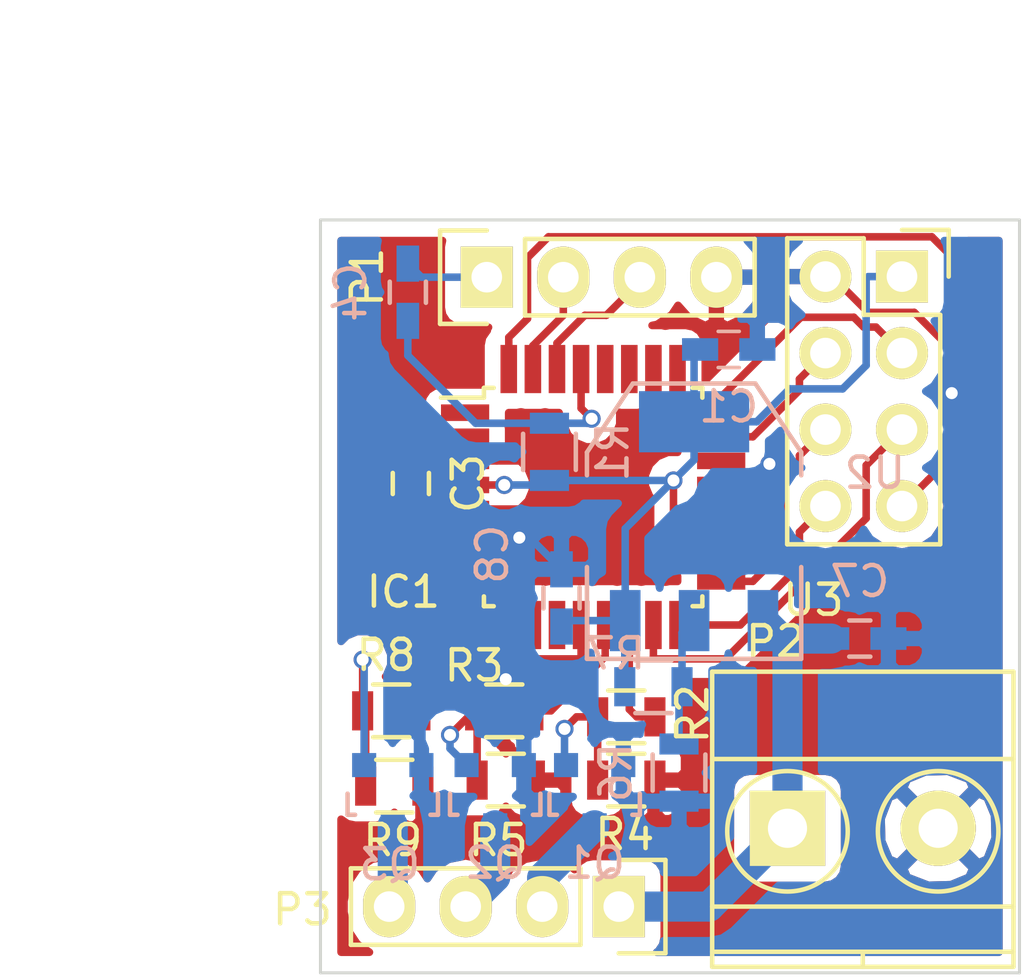
<source format=kicad_pcb>
(kicad_pcb (version 4) (host pcbnew 4.0.5)

  (general
    (links 54)
    (no_connects 1)
    (area 102.949999 98.949999 126.250001 124.050001)
    (thickness 1.6)
    (drawings 6)
    (tracks 163)
    (zones 0)
    (modules 23)
    (nets 24)
  )

  (page A4)
  (layers
    (0 F.Cu signal)
    (31 B.Cu signal)
    (32 B.Adhes user)
    (33 F.Adhes user)
    (34 B.Paste user)
    (35 F.Paste user)
    (36 B.SilkS user)
    (37 F.SilkS user)
    (38 B.Mask user)
    (39 F.Mask user)
    (40 Dwgs.User user)
    (41 Cmts.User user)
    (42 Eco1.User user)
    (43 Eco2.User user)
    (44 Edge.Cuts user)
    (45 Margin user)
    (46 B.CrtYd user)
    (47 F.CrtYd user)
    (48 B.Fab user hide)
    (49 F.Fab user hide)
  )

  (setup
    (last_trace_width 0.25)
    (user_trace_width 0.25)
    (user_trace_width 1)
    (trace_clearance 0.2)
    (zone_clearance 0.508)
    (zone_45_only no)
    (trace_min 0.2)
    (segment_width 0.2)
    (edge_width 0.1)
    (via_size 0.6)
    (via_drill 0.4)
    (via_min_size 0.4)
    (via_min_drill 0.3)
    (user_via 1.2 1)
    (uvia_size 0.3)
    (uvia_drill 0.1)
    (uvias_allowed no)
    (uvia_min_size 0.2)
    (uvia_min_drill 0.1)
    (pcb_text_width 0.3)
    (pcb_text_size 1.5 1.5)
    (mod_edge_width 0.15)
    (mod_text_size 1 1)
    (mod_text_width 0.15)
    (pad_size 1.5 1.5)
    (pad_drill 0.6)
    (pad_to_mask_clearance 0)
    (aux_axis_origin 0 0)
    (visible_elements FFFFFF7F)
    (pcbplotparams
      (layerselection 0x00030_80000001)
      (usegerberextensions false)
      (excludeedgelayer true)
      (linewidth 0.100000)
      (plotframeref false)
      (viasonmask false)
      (mode 1)
      (useauxorigin false)
      (hpglpennumber 1)
      (hpglpenspeed 20)
      (hpglpendiameter 15)
      (hpglpenoverlay 2)
      (psnegative false)
      (psa4output false)
      (plotreference true)
      (plotvalue false)
      (plotinvisibletext false)
      (padsonsilk false)
      (subtractmaskfromsilk false)
      (outputformat 1)
      (mirror false)
      (drillshape 0)
      (scaleselection 1)
      (outputdirectory ""))
  )

  (net 0 "")
  (net 1 GND)
  (net 2 +12V)
  (net 3 /DTR)
  (net 4 "Net-(C4-Pad2)")
  (net 5 +3V3)
  (net 6 /BLUE_PWM)
  (net 7 /RED_PWM)
  (net 8 /GREEN_PWM)
  (net 9 /MOSI)
  (net 10 /MISO)
  (net 11 /SCK)
  (net 12 /CE)
  (net 13 /CSN)
  (net 14 /RX)
  (net 15 /TX)
  (net 16 /IRQ)
  (net 17 /RED)
  (net 18 /GREEN)
  (net 19 /BLUE)
  (net 20 "Net-(Q1-Pad1)")
  (net 21 "Net-(Q2-Pad1)")
  (net 22 "Net-(Q3-Pad1)")
  (net 23 "Net-(R6-Pad1)")

  (net_class Default "Dies ist die voreingestellte Netzklasse."
    (clearance 0.2)
    (trace_width 0.25)
    (via_dia 0.6)
    (via_drill 0.4)
    (uvia_dia 0.3)
    (uvia_drill 0.1)
    (add_net +3V3)
    (add_net /BLUE_PWM)
    (add_net /CE)
    (add_net /CSN)
    (add_net /DTR)
    (add_net /GREEN_PWM)
    (add_net /IRQ)
    (add_net /MISO)
    (add_net /MOSI)
    (add_net /RED_PWM)
    (add_net /RX)
    (add_net /SCK)
    (add_net /TX)
    (add_net GND)
    (add_net "Net-(C4-Pad2)")
    (add_net "Net-(Q1-Pad1)")
    (add_net "Net-(Q2-Pad1)")
    (add_net "Net-(Q3-Pad1)")
    (add_net "Net-(R6-Pad1)")
  )

  (net_class Power ""
    (clearance 0.3)
    (trace_width 1)
    (via_dia 0.6)
    (via_drill 0.4)
    (uvia_dia 0.3)
    (uvia_drill 0.1)
    (add_net +12V)
    (add_net /BLUE)
    (add_net /GREEN)
    (add_net /RED)
  )

  (module Socket_Strips:Socket_Strip_Straight_2x04 (layer F.Cu) (tedit 0) (tstamp 56D8B6CD)
    (at 122.3 100.88 270)
    (descr "Through hole socket strip")
    (tags "socket strip")
    (path /56C791F1)
    (fp_text reference U3 (at 10.74 2.94 360) (layer F.SilkS)
      (effects (font (size 1 1) (thickness 0.15)))
    )
    (fp_text value nrf24l01+ (at 0 -3.1 270) (layer F.Fab)
      (effects (font (size 1 1) (thickness 0.15)))
    )
    (fp_line (start -1.75 -1.75) (end -1.75 4.3) (layer F.CrtYd) (width 0.05))
    (fp_line (start 9.4 -1.75) (end 9.4 4.3) (layer F.CrtYd) (width 0.05))
    (fp_line (start -1.75 -1.75) (end 9.4 -1.75) (layer F.CrtYd) (width 0.05))
    (fp_line (start -1.75 4.3) (end 9.4 4.3) (layer F.CrtYd) (width 0.05))
    (fp_line (start 1.27 -1.27) (end 8.89 -1.27) (layer F.SilkS) (width 0.15))
    (fp_line (start 8.89 -1.27) (end 8.89 3.81) (layer F.SilkS) (width 0.15))
    (fp_line (start 8.89 3.81) (end -1.27 3.81) (layer F.SilkS) (width 0.15))
    (fp_line (start -1.27 3.81) (end -1.27 1.27) (layer F.SilkS) (width 0.15))
    (fp_line (start 0 -1.55) (end -1.55 -1.55) (layer F.SilkS) (width 0.15))
    (fp_line (start -1.27 1.27) (end 1.27 1.27) (layer F.SilkS) (width 0.15))
    (fp_line (start 1.27 1.27) (end 1.27 -1.27) (layer F.SilkS) (width 0.15))
    (fp_line (start -1.55 -1.55) (end -1.55 0) (layer F.SilkS) (width 0.15))
    (pad 1 thru_hole rect (at 0 0 270) (size 1.7272 1.7272) (drill 1.016) (layers *.Cu *.Mask F.SilkS)
      (net 5 +3V3))
    (pad 2 thru_hole oval (at 0 2.54 270) (size 1.7272 1.7272) (drill 1.016) (layers *.Cu *.Mask F.SilkS)
      (net 1 GND))
    (pad 3 thru_hole oval (at 2.54 0 270) (size 1.7272 1.7272) (drill 1.016) (layers *.Cu *.Mask F.SilkS)
      (net 13 /CSN))
    (pad 4 thru_hole oval (at 2.54 2.54 270) (size 1.7272 1.7272) (drill 1.016) (layers *.Cu *.Mask F.SilkS)
      (net 12 /CE))
    (pad 5 thru_hole oval (at 5.08 0 270) (size 1.7272 1.7272) (drill 1.016) (layers *.Cu *.Mask F.SilkS)
      (net 9 /MOSI))
    (pad 6 thru_hole oval (at 5.08 2.54 270) (size 1.7272 1.7272) (drill 1.016) (layers *.Cu *.Mask F.SilkS)
      (net 11 /SCK))
    (pad 7 thru_hole oval (at 7.62 0 270) (size 1.7272 1.7272) (drill 1.016) (layers *.Cu *.Mask F.SilkS)
      (net 16 /IRQ))
    (pad 8 thru_hole oval (at 7.62 2.54 270) (size 1.7272 1.7272) (drill 1.016) (layers *.Cu *.Mask F.SilkS)
      (net 10 /MISO))
    (model Socket_Strips.3dshapes/Socket_Strip_Straight_2x04.wrl
      (at (xyz 0.15 -0.05 0))
      (scale (xyz 1 1 1))
      (rotate (xyz 0 0 180))
    )
  )

  (module TO_SOT_Packages_SMD:SOT-223 (layer B.Cu) (tedit 0) (tstamp 56D8B6C1)
    (at 115.4 109.002 180)
    (descr "module CMS SOT223 4 pins")
    (tags "CMS SOT")
    (path /56D061C2)
    (attr smd)
    (fp_text reference U2 (at -6 1.6 180) (layer B.SilkS)
      (effects (font (size 1 1) (thickness 0.15)) (justify mirror))
    )
    (fp_text value LM_1117 (at 0 -0.762 180) (layer B.Fab)
      (effects (font (size 1 1) (thickness 0.15)) (justify mirror))
    )
    (fp_line (start -3.556 -1.524) (end -3.556 -4.572) (layer B.SilkS) (width 0.15))
    (fp_line (start -3.556 -4.572) (end 3.556 -4.572) (layer B.SilkS) (width 0.15))
    (fp_line (start 3.556 -4.572) (end 3.556 -1.524) (layer B.SilkS) (width 0.15))
    (fp_line (start -3.556 1.524) (end -3.556 2.286) (layer B.SilkS) (width 0.15))
    (fp_line (start -3.556 2.286) (end -2.032 4.572) (layer B.SilkS) (width 0.15))
    (fp_line (start -2.032 4.572) (end 2.032 4.572) (layer B.SilkS) (width 0.15))
    (fp_line (start 2.032 4.572) (end 3.556 2.286) (layer B.SilkS) (width 0.15))
    (fp_line (start 3.556 2.286) (end 3.556 1.524) (layer B.SilkS) (width 0.15))
    (pad 4 smd rect (at 0 3.302 180) (size 3.6576 2.032) (layers B.Cu B.Paste B.Mask)
      (net 5 +3V3))
    (pad 2 smd rect (at 0 -3.302 180) (size 1.016 2.032) (layers B.Cu B.Paste B.Mask)
      (net 23 "Net-(R6-Pad1)"))
    (pad 3 smd rect (at 2.286 -3.302 180) (size 1.016 2.032) (layers B.Cu B.Paste B.Mask)
      (net 5 +3V3))
    (pad 1 smd rect (at -2.286 -3.302 180) (size 1.016 2.032) (layers B.Cu B.Paste B.Mask)
      (net 2 +12V))
    (model TO_SOT_Packages_SMD.3dshapes/SOT-223.wrl
      (at (xyz 0 0 0))
      (scale (xyz 0.4 0.4 0.4))
      (rotate (xyz 0 0 0))
    )
  )

  (module Capacitors_SMD:C_0603_HandSoldering (layer F.Cu) (tedit 541A9B4D) (tstamp 56D8B602)
    (at 106 107.75 270)
    (descr "Capacitor SMD 0603, hand soldering")
    (tags "capacitor 0603")
    (path /56C791DB)
    (attr smd)
    (fp_text reference C3 (at 0 -1.9 270) (layer F.SilkS)
      (effects (font (size 1 1) (thickness 0.15)))
    )
    (fp_text value C (at 0 1.9 270) (layer F.Fab)
      (effects (font (size 1 1) (thickness 0.15)))
    )
    (fp_line (start -1.85 -0.75) (end 1.85 -0.75) (layer F.CrtYd) (width 0.05))
    (fp_line (start -1.85 0.75) (end 1.85 0.75) (layer F.CrtYd) (width 0.05))
    (fp_line (start -1.85 -0.75) (end -1.85 0.75) (layer F.CrtYd) (width 0.05))
    (fp_line (start 1.85 -0.75) (end 1.85 0.75) (layer F.CrtYd) (width 0.05))
    (fp_line (start -0.35 -0.6) (end 0.35 -0.6) (layer F.SilkS) (width 0.15))
    (fp_line (start 0.35 0.6) (end -0.35 0.6) (layer F.SilkS) (width 0.15))
    (pad 1 smd rect (at -0.95 0 270) (size 1.2 0.75) (layers F.Cu F.Paste F.Mask)
      (net 1 GND))
    (pad 2 smd rect (at 0.95 0 270) (size 1.2 0.75) (layers F.Cu F.Paste F.Mask)
      (net 5 +3V3))
    (model Capacitors_SMD.3dshapes/C_0603_HandSoldering.wrl
      (at (xyz 0 0 0))
      (scale (xyz 1 1 1))
      (rotate (xyz 0 0 0))
    )
  )

  (module Capacitors_SMD:C_0603_HandSoldering (layer B.Cu) (tedit 541A9B4D) (tstamp 56D8B608)
    (at 105.9 101.4 270)
    (descr "Capacitor SMD 0603, hand soldering")
    (tags "capacitor 0603")
    (path /56C7EDAD)
    (attr smd)
    (fp_text reference C4 (at 0 1.9 270) (layer B.SilkS)
      (effects (font (size 1 1) (thickness 0.15)) (justify mirror))
    )
    (fp_text value C (at 0 -1.9 270) (layer B.Fab)
      (effects (font (size 1 1) (thickness 0.15)) (justify mirror))
    )
    (fp_line (start -1.85 0.75) (end 1.85 0.75) (layer B.CrtYd) (width 0.05))
    (fp_line (start -1.85 -0.75) (end 1.85 -0.75) (layer B.CrtYd) (width 0.05))
    (fp_line (start -1.85 0.75) (end -1.85 -0.75) (layer B.CrtYd) (width 0.05))
    (fp_line (start 1.85 0.75) (end 1.85 -0.75) (layer B.CrtYd) (width 0.05))
    (fp_line (start -0.35 0.6) (end 0.35 0.6) (layer B.SilkS) (width 0.15))
    (fp_line (start 0.35 -0.6) (end -0.35 -0.6) (layer B.SilkS) (width 0.15))
    (pad 1 smd rect (at -0.95 0 270) (size 1.2 0.75) (layers B.Cu B.Paste B.Mask)
      (net 3 /DTR))
    (pad 2 smd rect (at 0.95 0 270) (size 1.2 0.75) (layers B.Cu B.Paste B.Mask)
      (net 4 "Net-(C4-Pad2)"))
    (model Capacitors_SMD.3dshapes/C_0603_HandSoldering.wrl
      (at (xyz 0 0 0))
      (scale (xyz 1 1 1))
      (rotate (xyz 0 0 0))
    )
  )

  (module Capacitors_SMD:C_0603_HandSoldering (layer B.Cu) (tedit 541A9B4D) (tstamp 56D8B61A)
    (at 120.9 112.9 180)
    (descr "Capacitor SMD 0603, hand soldering")
    (tags "capacitor 0603")
    (path /56C77E00)
    (attr smd)
    (fp_text reference C7 (at 0 1.9 180) (layer B.SilkS)
      (effects (font (size 1 1) (thickness 0.15)) (justify mirror))
    )
    (fp_text value C (at 0 -1.9 180) (layer B.Fab)
      (effects (font (size 1 1) (thickness 0.15)) (justify mirror))
    )
    (fp_line (start -1.85 0.75) (end 1.85 0.75) (layer B.CrtYd) (width 0.05))
    (fp_line (start -1.85 -0.75) (end 1.85 -0.75) (layer B.CrtYd) (width 0.05))
    (fp_line (start -1.85 0.75) (end -1.85 -0.75) (layer B.CrtYd) (width 0.05))
    (fp_line (start 1.85 0.75) (end 1.85 -0.75) (layer B.CrtYd) (width 0.05))
    (fp_line (start -0.35 0.6) (end 0.35 0.6) (layer B.SilkS) (width 0.15))
    (fp_line (start 0.35 -0.6) (end -0.35 -0.6) (layer B.SilkS) (width 0.15))
    (pad 1 smd rect (at -0.95 0 180) (size 1.2 0.75) (layers B.Cu B.Paste B.Mask)
      (net 1 GND))
    (pad 2 smd rect (at 0.95 0 180) (size 1.2 0.75) (layers B.Cu B.Paste B.Mask)
      (net 2 +12V))
    (model Capacitors_SMD.3dshapes/C_0603_HandSoldering.wrl
      (at (xyz 0 0 0))
      (scale (xyz 1 1 1))
      (rotate (xyz 0 0 0))
    )
  )

  (module Capacitors_SMD:C_0603_HandSoldering (layer B.Cu) (tedit 541A9B4D) (tstamp 56D8B620)
    (at 111 111.55 270)
    (descr "Capacitor SMD 0603, hand soldering")
    (tags "capacitor 0603")
    (path /56C77EA3)
    (attr smd)
    (fp_text reference C8 (at -1.45 2.3 270) (layer B.SilkS)
      (effects (font (size 1 1) (thickness 0.15)) (justify mirror))
    )
    (fp_text value C (at 0 -1.9 270) (layer B.Fab)
      (effects (font (size 1 1) (thickness 0.15)) (justify mirror))
    )
    (fp_line (start -1.85 0.75) (end 1.85 0.75) (layer B.CrtYd) (width 0.05))
    (fp_line (start -1.85 -0.75) (end 1.85 -0.75) (layer B.CrtYd) (width 0.05))
    (fp_line (start -1.85 0.75) (end -1.85 -0.75) (layer B.CrtYd) (width 0.05))
    (fp_line (start 1.85 0.75) (end 1.85 -0.75) (layer B.CrtYd) (width 0.05))
    (fp_line (start -0.35 0.6) (end 0.35 0.6) (layer B.SilkS) (width 0.15))
    (fp_line (start 0.35 -0.6) (end -0.35 -0.6) (layer B.SilkS) (width 0.15))
    (pad 1 smd rect (at -0.95 0 270) (size 1.2 0.75) (layers B.Cu B.Paste B.Mask)
      (net 1 GND))
    (pad 2 smd rect (at 0.95 0 270) (size 1.2 0.75) (layers B.Cu B.Paste B.Mask)
      (net 5 +3V3))
    (model Capacitors_SMD.3dshapes/C_0603_HandSoldering.wrl
      (at (xyz 0 0 0))
      (scale (xyz 1 1 1))
      (rotate (xyz 0 0 0))
    )
  )

  (module Housings_QFP:TQFP-32_7x7mm_Pitch0.8mm (layer F.Cu) (tedit 54130A77) (tstamp 56D8B644)
    (at 112.05 108.2)
    (descr "32-Lead Plastic Thin Quad Flatpack (PT) - 7x7x1.0 mm Body, 2.00 mm [TQFP] (see Microchip Packaging Specification 00000049BS.pdf)")
    (tags "QFP 0.8")
    (path /56C76B99)
    (attr smd)
    (fp_text reference IC1 (at -6.3 3.15) (layer F.SilkS)
      (effects (font (size 1 1) (thickness 0.15)))
    )
    (fp_text value ATMEGA328-P (at 0 6.05) (layer F.Fab)
      (effects (font (size 1 1) (thickness 0.15)))
    )
    (fp_line (start -5.3 -5.3) (end -5.3 5.3) (layer F.CrtYd) (width 0.05))
    (fp_line (start 5.3 -5.3) (end 5.3 5.3) (layer F.CrtYd) (width 0.05))
    (fp_line (start -5.3 -5.3) (end 5.3 -5.3) (layer F.CrtYd) (width 0.05))
    (fp_line (start -5.3 5.3) (end 5.3 5.3) (layer F.CrtYd) (width 0.05))
    (fp_line (start -3.625 -3.625) (end -3.625 -3.3) (layer F.SilkS) (width 0.15))
    (fp_line (start 3.625 -3.625) (end 3.625 -3.3) (layer F.SilkS) (width 0.15))
    (fp_line (start 3.625 3.625) (end 3.625 3.3) (layer F.SilkS) (width 0.15))
    (fp_line (start -3.625 3.625) (end -3.625 3.3) (layer F.SilkS) (width 0.15))
    (fp_line (start -3.625 -3.625) (end -3.3 -3.625) (layer F.SilkS) (width 0.15))
    (fp_line (start -3.625 3.625) (end -3.3 3.625) (layer F.SilkS) (width 0.15))
    (fp_line (start 3.625 3.625) (end 3.3 3.625) (layer F.SilkS) (width 0.15))
    (fp_line (start 3.625 -3.625) (end 3.3 -3.625) (layer F.SilkS) (width 0.15))
    (fp_line (start -3.625 -3.3) (end -5.05 -3.3) (layer F.SilkS) (width 0.15))
    (pad 1 smd rect (at -4.25 -2.8) (size 1.6 0.55) (layers F.Cu F.Paste F.Mask))
    (pad 2 smd rect (at -4.25 -2) (size 1.6 0.55) (layers F.Cu F.Paste F.Mask))
    (pad 3 smd rect (at -4.25 -1.2) (size 1.6 0.55) (layers F.Cu F.Paste F.Mask)
      (net 1 GND))
    (pad 4 smd rect (at -4.25 -0.4) (size 1.6 0.55) (layers F.Cu F.Paste F.Mask)
      (net 5 +3V3))
    (pad 5 smd rect (at -4.25 0.4) (size 1.6 0.55) (layers F.Cu F.Paste F.Mask)
      (net 1 GND))
    (pad 6 smd rect (at -4.25 1.2) (size 1.6 0.55) (layers F.Cu F.Paste F.Mask)
      (net 5 +3V3))
    (pad 7 smd rect (at -4.25 2) (size 1.6 0.55) (layers F.Cu F.Paste F.Mask))
    (pad 8 smd rect (at -4.25 2.8) (size 1.6 0.55) (layers F.Cu F.Paste F.Mask))
    (pad 9 smd rect (at -2.8 4.25 90) (size 1.6 0.55) (layers F.Cu F.Paste F.Mask))
    (pad 10 smd rect (at -2 4.25 90) (size 1.6 0.55) (layers F.Cu F.Paste F.Mask))
    (pad 11 smd rect (at -1.2 4.25 90) (size 1.6 0.55) (layers F.Cu F.Paste F.Mask))
    (pad 12 smd rect (at -0.4 4.25 90) (size 1.6 0.55) (layers F.Cu F.Paste F.Mask)
      (net 6 /BLUE_PWM))
    (pad 13 smd rect (at 0.4 4.25 90) (size 1.6 0.55) (layers F.Cu F.Paste F.Mask)
      (net 8 /GREEN_PWM))
    (pad 14 smd rect (at 1.2 4.25 90) (size 1.6 0.55) (layers F.Cu F.Paste F.Mask)
      (net 7 /RED_PWM))
    (pad 15 smd rect (at 2 4.25 90) (size 1.6 0.55) (layers F.Cu F.Paste F.Mask)
      (net 9 /MOSI))
    (pad 16 smd rect (at 2.8 4.25 90) (size 1.6 0.55) (layers F.Cu F.Paste F.Mask)
      (net 10 /MISO))
    (pad 17 smd rect (at 4.25 2.8) (size 1.6 0.55) (layers F.Cu F.Paste F.Mask)
      (net 11 /SCK))
    (pad 18 smd rect (at 4.25 2) (size 1.6 0.55) (layers F.Cu F.Paste F.Mask)
      (net 5 +3V3))
    (pad 19 smd rect (at 4.25 1.2) (size 1.6 0.55) (layers F.Cu F.Paste F.Mask))
    (pad 20 smd rect (at 4.25 0.4) (size 1.6 0.55) (layers F.Cu F.Paste F.Mask))
    (pad 21 smd rect (at 4.25 -0.4) (size 1.6 0.55) (layers F.Cu F.Paste F.Mask)
      (net 1 GND))
    (pad 22 smd rect (at 4.25 -1.2) (size 1.6 0.55) (layers F.Cu F.Paste F.Mask))
    (pad 23 smd rect (at 4.25 -2) (size 1.6 0.55) (layers F.Cu F.Paste F.Mask)
      (net 12 /CE))
    (pad 24 smd rect (at 4.25 -2.8) (size 1.6 0.55) (layers F.Cu F.Paste F.Mask)
      (net 13 /CSN))
    (pad 25 smd rect (at 2.8 -4.25 90) (size 1.6 0.55) (layers F.Cu F.Paste F.Mask))
    (pad 26 smd rect (at 2 -4.25 90) (size 1.6 0.55) (layers F.Cu F.Paste F.Mask))
    (pad 27 smd rect (at 1.2 -4.25 90) (size 1.6 0.55) (layers F.Cu F.Paste F.Mask))
    (pad 28 smd rect (at 0.4 -4.25 90) (size 1.6 0.55) (layers F.Cu F.Paste F.Mask))
    (pad 29 smd rect (at -0.4 -4.25 90) (size 1.6 0.55) (layers F.Cu F.Paste F.Mask)
      (net 4 "Net-(C4-Pad2)"))
    (pad 30 smd rect (at -1.2 -4.25 90) (size 1.6 0.55) (layers F.Cu F.Paste F.Mask)
      (net 14 /RX))
    (pad 31 smd rect (at -2 -4.25 90) (size 1.6 0.55) (layers F.Cu F.Paste F.Mask)
      (net 15 /TX))
    (pad 32 smd rect (at -2.8 -4.25 90) (size 1.6 0.55) (layers F.Cu F.Paste F.Mask)
      (net 16 /IRQ))
    (model Housings_QFP.3dshapes/TQFP-32_7x7mm_Pitch0.8mm.wrl
      (at (xyz 0 0 0))
      (scale (xyz 1 1 1))
      (rotate (xyz 0 0 0))
    )
  )

  (module Pin_Headers:Pin_Header_Straight_1x04 (layer F.Cu) (tedit 0) (tstamp 56D8B64C)
    (at 108.52 100.9 90)
    (descr "Through hole pin header")
    (tags "pin header")
    (path /56C7DBD4)
    (fp_text reference P1 (at 0 -3.97 90) (layer F.SilkS)
      (effects (font (size 1 1) (thickness 0.15)))
    )
    (fp_text value UART (at 0 -3.1 90) (layer F.Fab)
      (effects (font (size 1 1) (thickness 0.15)))
    )
    (fp_line (start -1.75 -1.75) (end -1.75 9.4) (layer F.CrtYd) (width 0.05))
    (fp_line (start 1.75 -1.75) (end 1.75 9.4) (layer F.CrtYd) (width 0.05))
    (fp_line (start -1.75 -1.75) (end 1.75 -1.75) (layer F.CrtYd) (width 0.05))
    (fp_line (start -1.75 9.4) (end 1.75 9.4) (layer F.CrtYd) (width 0.05))
    (fp_line (start -1.27 1.27) (end -1.27 8.89) (layer F.SilkS) (width 0.15))
    (fp_line (start 1.27 1.27) (end 1.27 8.89) (layer F.SilkS) (width 0.15))
    (fp_line (start 1.55 -1.55) (end 1.55 0) (layer F.SilkS) (width 0.15))
    (fp_line (start -1.27 8.89) (end 1.27 8.89) (layer F.SilkS) (width 0.15))
    (fp_line (start 1.27 1.27) (end -1.27 1.27) (layer F.SilkS) (width 0.15))
    (fp_line (start -1.55 0) (end -1.55 -1.55) (layer F.SilkS) (width 0.15))
    (fp_line (start -1.55 -1.55) (end 1.55 -1.55) (layer F.SilkS) (width 0.15))
    (pad 1 thru_hole rect (at 0 0 90) (size 2.032 1.7272) (drill 1.016) (layers *.Cu *.Mask F.SilkS)
      (net 3 /DTR))
    (pad 2 thru_hole oval (at 0 2.54 90) (size 2.032 1.7272) (drill 1.016) (layers *.Cu *.Mask F.SilkS)
      (net 15 /TX))
    (pad 3 thru_hole oval (at 0 5.08 90) (size 2.032 1.7272) (drill 1.016) (layers *.Cu *.Mask F.SilkS)
      (net 14 /RX))
    (pad 4 thru_hole oval (at 0 7.62 90) (size 2.032 1.7272) (drill 1.016) (layers *.Cu *.Mask F.SilkS)
      (net 1 GND))
    (model Pin_Headers.3dshapes/Pin_Header_Straight_1x04.wrl
      (at (xyz 0 -0.15 0))
      (scale (xyz 1 1 1))
      (rotate (xyz 0 0 90))
    )
  )

  (module Terminal_Blocks:TerminalBlock_Pheonix_MKDS1.5-2pol (layer F.Cu) (tedit 563007E4) (tstamp 56D8B652)
    (at 118.5 119.2)
    (descr "2-way 5mm pitch terminal block, Phoenix MKDS series")
    (path /56C79459)
    (fp_text reference P2 (at -0.4 -6.2) (layer F.SilkS)
      (effects (font (size 1 1) (thickness 0.15)))
    )
    (fp_text value "12V in" (at 2.5 -6.6) (layer F.Fab)
      (effects (font (size 1 1) (thickness 0.15)))
    )
    (fp_line (start -2.7 -5.4) (end 7.7 -5.4) (layer F.CrtYd) (width 0.05))
    (fp_line (start -2.7 4.8) (end -2.7 -5.4) (layer F.CrtYd) (width 0.05))
    (fp_line (start 7.7 4.8) (end -2.7 4.8) (layer F.CrtYd) (width 0.05))
    (fp_line (start 7.7 -5.4) (end 7.7 4.8) (layer F.CrtYd) (width 0.05))
    (fp_line (start 2.5 4.1) (end 2.5 4.6) (layer F.SilkS) (width 0.15))
    (fp_circle (center 5 0.1) (end 3 0.1) (layer F.SilkS) (width 0.15))
    (fp_circle (center 0 0.1) (end 2 0.1) (layer F.SilkS) (width 0.15))
    (fp_line (start -2.5 2.6) (end 7.5 2.6) (layer F.SilkS) (width 0.15))
    (fp_line (start -2.5 -2.3) (end 7.5 -2.3) (layer F.SilkS) (width 0.15))
    (fp_line (start -2.5 4.1) (end 7.5 4.1) (layer F.SilkS) (width 0.15))
    (fp_line (start -2.5 4.6) (end 7.5 4.6) (layer F.SilkS) (width 0.15))
    (fp_line (start 7.5 4.6) (end 7.5 -5.2) (layer F.SilkS) (width 0.15))
    (fp_line (start 7.5 -5.2) (end -2.5 -5.2) (layer F.SilkS) (width 0.15))
    (fp_line (start -2.5 -5.2) (end -2.5 4.6) (layer F.SilkS) (width 0.15))
    (pad 1 thru_hole rect (at 0 0) (size 2.5 2.5) (drill 1.3) (layers *.Cu *.Mask F.SilkS)
      (net 2 +12V))
    (pad 2 thru_hole circle (at 5 0) (size 2.5 2.5) (drill 1.3) (layers *.Cu *.Mask F.SilkS)
      (net 1 GND))
    (model Terminal_Blocks.3dshapes/TerminalBlock_Pheonix_MKDS1.5-2pol.wrl
      (at (xyz 0.0984 0 0))
      (scale (xyz 1 1 1))
      (rotate (xyz 0 0 0))
    )
  )

  (module Pin_Headers:Pin_Header_Straight_1x04 (layer F.Cu) (tedit 0) (tstamp 56D8B65A)
    (at 112.9 121.8 270)
    (descr "Through hole pin header")
    (tags "pin header")
    (path /56C79D8B)
    (fp_text reference P3 (at 0.1 10.5 360) (layer F.SilkS)
      (effects (font (size 1 1) (thickness 0.15)))
    )
    (fp_text value LED_OUT (at 0 -3.1 270) (layer F.Fab)
      (effects (font (size 1 1) (thickness 0.15)))
    )
    (fp_line (start -1.75 -1.75) (end -1.75 9.4) (layer F.CrtYd) (width 0.05))
    (fp_line (start 1.75 -1.75) (end 1.75 9.4) (layer F.CrtYd) (width 0.05))
    (fp_line (start -1.75 -1.75) (end 1.75 -1.75) (layer F.CrtYd) (width 0.05))
    (fp_line (start -1.75 9.4) (end 1.75 9.4) (layer F.CrtYd) (width 0.05))
    (fp_line (start -1.27 1.27) (end -1.27 8.89) (layer F.SilkS) (width 0.15))
    (fp_line (start 1.27 1.27) (end 1.27 8.89) (layer F.SilkS) (width 0.15))
    (fp_line (start 1.55 -1.55) (end 1.55 0) (layer F.SilkS) (width 0.15))
    (fp_line (start -1.27 8.89) (end 1.27 8.89) (layer F.SilkS) (width 0.15))
    (fp_line (start 1.27 1.27) (end -1.27 1.27) (layer F.SilkS) (width 0.15))
    (fp_line (start -1.55 0) (end -1.55 -1.55) (layer F.SilkS) (width 0.15))
    (fp_line (start -1.55 -1.55) (end 1.55 -1.55) (layer F.SilkS) (width 0.15))
    (pad 1 thru_hole rect (at 0 0 270) (size 2.032 1.7272) (drill 1.016) (layers *.Cu *.Mask F.SilkS)
      (net 2 +12V))
    (pad 2 thru_hole oval (at 0 2.54 270) (size 2.032 1.7272) (drill 1.016) (layers *.Cu *.Mask F.SilkS)
      (net 17 /RED))
    (pad 3 thru_hole oval (at 0 5.08 270) (size 2.032 1.7272) (drill 1.016) (layers *.Cu *.Mask F.SilkS)
      (net 18 /GREEN))
    (pad 4 thru_hole oval (at 0 7.62 270) (size 2.032 1.7272) (drill 1.016) (layers *.Cu *.Mask F.SilkS)
      (net 19 /BLUE))
    (model Pin_Headers.3dshapes/Pin_Header_Straight_1x04.wrl
      (at (xyz 0 -0.15 0))
      (scale (xyz 1 1 1))
      (rotate (xyz 0 0 90))
    )
  )

  (module TO_SOT_Packages_SMD:SOT-23 (layer B.Cu) (tedit 553634F8) (tstamp 56D8B661)
    (at 112.1 118.10178)
    (descr "SOT-23, Standard")
    (tags SOT-23)
    (path /56C7A533)
    (attr smd)
    (fp_text reference Q1 (at 0 2.25) (layer B.SilkS)
      (effects (font (size 1 1) (thickness 0.15)) (justify mirror))
    )
    (fp_text value Q_NMOS_GDS (at 0 -2.3) (layer B.Fab)
      (effects (font (size 1 1) (thickness 0.15)) (justify mirror))
    )
    (fp_line (start -1.65 1.6) (end 1.65 1.6) (layer B.CrtYd) (width 0.05))
    (fp_line (start 1.65 1.6) (end 1.65 -1.6) (layer B.CrtYd) (width 0.05))
    (fp_line (start 1.65 -1.6) (end -1.65 -1.6) (layer B.CrtYd) (width 0.05))
    (fp_line (start -1.65 -1.6) (end -1.65 1.6) (layer B.CrtYd) (width 0.05))
    (fp_line (start 1.29916 0.65024) (end 1.2509 0.65024) (layer B.SilkS) (width 0.15))
    (fp_line (start -1.49982 -0.0508) (end -1.49982 0.65024) (layer B.SilkS) (width 0.15))
    (fp_line (start -1.49982 0.65024) (end -1.2509 0.65024) (layer B.SilkS) (width 0.15))
    (fp_line (start 1.29916 0.65024) (end 1.49982 0.65024) (layer B.SilkS) (width 0.15))
    (fp_line (start 1.49982 0.65024) (end 1.49982 -0.0508) (layer B.SilkS) (width 0.15))
    (pad 1 smd rect (at -0.95 -1.00076) (size 0.8001 0.8001) (layers B.Cu B.Paste B.Mask)
      (net 20 "Net-(Q1-Pad1)"))
    (pad 2 smd rect (at 0.95 -1.00076) (size 0.8001 0.8001) (layers B.Cu B.Paste B.Mask)
      (net 1 GND))
    (pad 3 smd rect (at 0 0.99822) (size 0.8001 0.8001) (layers B.Cu B.Paste B.Mask)
      (net 17 /RED))
    (model TO_SOT_Packages_SMD.3dshapes/SOT-23.wrl
      (at (xyz 0 0 0))
      (scale (xyz 1 1 1))
      (rotate (xyz 0 0 0))
    )
  )

  (module TO_SOT_Packages_SMD:SOT-23 (layer B.Cu) (tedit 553634F8) (tstamp 56D8B668)
    (at 108.8 118.10178)
    (descr "SOT-23, Standard")
    (tags SOT-23)
    (path /56C7BF27)
    (attr smd)
    (fp_text reference Q2 (at 0 2.25) (layer B.SilkS)
      (effects (font (size 1 1) (thickness 0.15)) (justify mirror))
    )
    (fp_text value Q_NMOS_GDS (at 0 -2.3) (layer B.Fab)
      (effects (font (size 1 1) (thickness 0.15)) (justify mirror))
    )
    (fp_line (start -1.65 1.6) (end 1.65 1.6) (layer B.CrtYd) (width 0.05))
    (fp_line (start 1.65 1.6) (end 1.65 -1.6) (layer B.CrtYd) (width 0.05))
    (fp_line (start 1.65 -1.6) (end -1.65 -1.6) (layer B.CrtYd) (width 0.05))
    (fp_line (start -1.65 -1.6) (end -1.65 1.6) (layer B.CrtYd) (width 0.05))
    (fp_line (start 1.29916 0.65024) (end 1.2509 0.65024) (layer B.SilkS) (width 0.15))
    (fp_line (start -1.49982 -0.0508) (end -1.49982 0.65024) (layer B.SilkS) (width 0.15))
    (fp_line (start -1.49982 0.65024) (end -1.2509 0.65024) (layer B.SilkS) (width 0.15))
    (fp_line (start 1.29916 0.65024) (end 1.49982 0.65024) (layer B.SilkS) (width 0.15))
    (fp_line (start 1.49982 0.65024) (end 1.49982 -0.0508) (layer B.SilkS) (width 0.15))
    (pad 1 smd rect (at -0.95 -1.00076) (size 0.8001 0.8001) (layers B.Cu B.Paste B.Mask)
      (net 21 "Net-(Q2-Pad1)"))
    (pad 2 smd rect (at 0.95 -1.00076) (size 0.8001 0.8001) (layers B.Cu B.Paste B.Mask)
      (net 1 GND))
    (pad 3 smd rect (at 0 0.99822) (size 0.8001 0.8001) (layers B.Cu B.Paste B.Mask)
      (net 18 /GREEN))
    (model TO_SOT_Packages_SMD.3dshapes/SOT-23.wrl
      (at (xyz 0 0 0))
      (scale (xyz 1 1 1))
      (rotate (xyz 0 0 0))
    )
  )

  (module TO_SOT_Packages_SMD:SOT-23 (layer B.Cu) (tedit 553634F8) (tstamp 56D8B66F)
    (at 105.4 118.10178)
    (descr "SOT-23, Standard")
    (tags SOT-23)
    (path /56C7BD37)
    (attr smd)
    (fp_text reference Q3 (at -0.1 2.3) (layer B.SilkS)
      (effects (font (size 1 1) (thickness 0.15)) (justify mirror))
    )
    (fp_text value Q_NMOS_GDS (at 0 -2.3) (layer B.Fab)
      (effects (font (size 1 1) (thickness 0.15)) (justify mirror))
    )
    (fp_line (start -1.65 1.6) (end 1.65 1.6) (layer B.CrtYd) (width 0.05))
    (fp_line (start 1.65 1.6) (end 1.65 -1.6) (layer B.CrtYd) (width 0.05))
    (fp_line (start 1.65 -1.6) (end -1.65 -1.6) (layer B.CrtYd) (width 0.05))
    (fp_line (start -1.65 -1.6) (end -1.65 1.6) (layer B.CrtYd) (width 0.05))
    (fp_line (start 1.29916 0.65024) (end 1.2509 0.65024) (layer B.SilkS) (width 0.15))
    (fp_line (start -1.49982 -0.0508) (end -1.49982 0.65024) (layer B.SilkS) (width 0.15))
    (fp_line (start -1.49982 0.65024) (end -1.2509 0.65024) (layer B.SilkS) (width 0.15))
    (fp_line (start 1.29916 0.65024) (end 1.49982 0.65024) (layer B.SilkS) (width 0.15))
    (fp_line (start 1.49982 0.65024) (end 1.49982 -0.0508) (layer B.SilkS) (width 0.15))
    (pad 1 smd rect (at -0.95 -1.00076) (size 0.8001 0.8001) (layers B.Cu B.Paste B.Mask)
      (net 22 "Net-(Q3-Pad1)"))
    (pad 2 smd rect (at 0.95 -1.00076) (size 0.8001 0.8001) (layers B.Cu B.Paste B.Mask)
      (net 1 GND))
    (pad 3 smd rect (at 0 0.99822) (size 0.8001 0.8001) (layers B.Cu B.Paste B.Mask)
      (net 19 /BLUE))
    (model TO_SOT_Packages_SMD.3dshapes/SOT-23.wrl
      (at (xyz 0 0 0))
      (scale (xyz 1 1 1))
      (rotate (xyz 0 0 0))
    )
  )

  (module Resistors_SMD:R_0805 (layer B.Cu) (tedit 5415CDEB) (tstamp 56D8B675)
    (at 110.6 106.7 90)
    (descr "Resistor SMD 0805, reflow soldering, Vishay (see dcrcw.pdf)")
    (tags "resistor 0805")
    (path /56C7D49F)
    (attr smd)
    (fp_text reference R1 (at 0 2.1 90) (layer B.SilkS)
      (effects (font (size 1 1) (thickness 0.15)) (justify mirror))
    )
    (fp_text value R (at 0 -2.1 90) (layer B.Fab)
      (effects (font (size 1 1) (thickness 0.15)) (justify mirror))
    )
    (fp_line (start -1.6 1) (end 1.6 1) (layer B.CrtYd) (width 0.05))
    (fp_line (start -1.6 -1) (end 1.6 -1) (layer B.CrtYd) (width 0.05))
    (fp_line (start -1.6 1) (end -1.6 -1) (layer B.CrtYd) (width 0.05))
    (fp_line (start 1.6 1) (end 1.6 -1) (layer B.CrtYd) (width 0.05))
    (fp_line (start 0.6 -0.875) (end -0.6 -0.875) (layer B.SilkS) (width 0.15))
    (fp_line (start -0.6 0.875) (end 0.6 0.875) (layer B.SilkS) (width 0.15))
    (pad 1 smd rect (at -0.95 0 90) (size 0.7 1.3) (layers B.Cu B.Paste B.Mask)
      (net 5 +3V3))
    (pad 2 smd rect (at 0.95 0 90) (size 0.7 1.3) (layers B.Cu B.Paste B.Mask)
      (net 4 "Net-(C4-Pad2)"))
    (model Resistors_SMD.3dshapes/R_0805.wrl
      (at (xyz 0 0 0))
      (scale (xyz 1 1 1))
      (rotate (xyz 0 0 0))
    )
  )

  (module Resistors_SMD:R_0805 (layer F.Cu) (tedit 5415CDEB) (tstamp 56D8B67B)
    (at 113.15 115.5)
    (descr "Resistor SMD 0805, reflow soldering, Vishay (see dcrcw.pdf)")
    (tags "resistor 0805")
    (path /56C7B2CC)
    (attr smd)
    (fp_text reference R2 (at 2.2 -0.1 90) (layer F.SilkS)
      (effects (font (size 1 1) (thickness 0.15)))
    )
    (fp_text value R (at 0 2.1) (layer F.Fab)
      (effects (font (size 1 1) (thickness 0.15)))
    )
    (fp_line (start -1.6 -1) (end 1.6 -1) (layer F.CrtYd) (width 0.05))
    (fp_line (start -1.6 1) (end 1.6 1) (layer F.CrtYd) (width 0.05))
    (fp_line (start -1.6 -1) (end -1.6 1) (layer F.CrtYd) (width 0.05))
    (fp_line (start 1.6 -1) (end 1.6 1) (layer F.CrtYd) (width 0.05))
    (fp_line (start 0.6 0.875) (end -0.6 0.875) (layer F.SilkS) (width 0.15))
    (fp_line (start -0.6 -0.875) (end 0.6 -0.875) (layer F.SilkS) (width 0.15))
    (pad 1 smd rect (at -0.95 0) (size 0.7 1.3) (layers F.Cu F.Paste F.Mask)
      (net 20 "Net-(Q1-Pad1)"))
    (pad 2 smd rect (at 0.95 0) (size 0.7 1.3) (layers F.Cu F.Paste F.Mask)
      (net 7 /RED_PWM))
    (model Resistors_SMD.3dshapes/R_0805.wrl
      (at (xyz 0 0 0))
      (scale (xyz 1 1 1))
      (rotate (xyz 0 0 0))
    )
  )

  (module Resistors_SMD:R_0805 (layer F.Cu) (tedit 5415CDEB) (tstamp 56D8B681)
    (at 109.1 115.3)
    (descr "Resistor SMD 0805, reflow soldering, Vishay (see dcrcw.pdf)")
    (tags "resistor 0805")
    (path /56C7BF40)
    (attr smd)
    (fp_text reference R3 (at -1 -1.5 180) (layer F.SilkS)
      (effects (font (size 1 1) (thickness 0.15)))
    )
    (fp_text value R (at 0 2.1) (layer F.Fab)
      (effects (font (size 1 1) (thickness 0.15)))
    )
    (fp_line (start -1.6 -1) (end 1.6 -1) (layer F.CrtYd) (width 0.05))
    (fp_line (start -1.6 1) (end 1.6 1) (layer F.CrtYd) (width 0.05))
    (fp_line (start -1.6 -1) (end -1.6 1) (layer F.CrtYd) (width 0.05))
    (fp_line (start 1.6 -1) (end 1.6 1) (layer F.CrtYd) (width 0.05))
    (fp_line (start 0.6 0.875) (end -0.6 0.875) (layer F.SilkS) (width 0.15))
    (fp_line (start -0.6 -0.875) (end 0.6 -0.875) (layer F.SilkS) (width 0.15))
    (pad 1 smd rect (at -0.95 0) (size 0.7 1.3) (layers F.Cu F.Paste F.Mask)
      (net 21 "Net-(Q2-Pad1)"))
    (pad 2 smd rect (at 0.95 0) (size 0.7 1.3) (layers F.Cu F.Paste F.Mask)
      (net 8 /GREEN_PWM))
    (model Resistors_SMD.3dshapes/R_0805.wrl
      (at (xyz 0 0 0))
      (scale (xyz 1 1 1))
      (rotate (xyz 0 0 0))
    )
  )

  (module Resistors_SMD:R_0805 (layer F.Cu) (tedit 5415CDEB) (tstamp 56D8B687)
    (at 113.15 117.6 180)
    (descr "Resistor SMD 0805, reflow soldering, Vishay (see dcrcw.pdf)")
    (tags "resistor 0805")
    (path /56C7AC47)
    (attr smd)
    (fp_text reference R4 (at 0.05 -1.8 360) (layer F.SilkS)
      (effects (font (size 1 1) (thickness 0.15)))
    )
    (fp_text value R (at 0 2.1 180) (layer F.Fab)
      (effects (font (size 1 1) (thickness 0.15)))
    )
    (fp_line (start -1.6 -1) (end 1.6 -1) (layer F.CrtYd) (width 0.05))
    (fp_line (start -1.6 1) (end 1.6 1) (layer F.CrtYd) (width 0.05))
    (fp_line (start -1.6 -1) (end -1.6 1) (layer F.CrtYd) (width 0.05))
    (fp_line (start 1.6 -1) (end 1.6 1) (layer F.CrtYd) (width 0.05))
    (fp_line (start 0.6 0.875) (end -0.6 0.875) (layer F.SilkS) (width 0.15))
    (fp_line (start -0.6 -0.875) (end 0.6 -0.875) (layer F.SilkS) (width 0.15))
    (pad 1 smd rect (at -0.95 0 180) (size 0.7 1.3) (layers F.Cu F.Paste F.Mask)
      (net 1 GND))
    (pad 2 smd rect (at 0.95 0 180) (size 0.7 1.3) (layers F.Cu F.Paste F.Mask)
      (net 20 "Net-(Q1-Pad1)"))
    (model Resistors_SMD.3dshapes/R_0805.wrl
      (at (xyz 0 0 0))
      (scale (xyz 1 1 1))
      (rotate (xyz 0 0 0))
    )
  )

  (module Resistors_SMD:R_0805 (layer F.Cu) (tedit 5415CDEB) (tstamp 56D8B68D)
    (at 109.15 117.6 180)
    (descr "Resistor SMD 0805, reflow soldering, Vishay (see dcrcw.pdf)")
    (tags "resistor 0805")
    (path /56C7BF34)
    (attr smd)
    (fp_text reference R5 (at 0.25 -2 360) (layer F.SilkS)
      (effects (font (size 1 1) (thickness 0.15)))
    )
    (fp_text value R (at 0 2.1 180) (layer F.Fab)
      (effects (font (size 1 1) (thickness 0.15)))
    )
    (fp_line (start -1.6 -1) (end 1.6 -1) (layer F.CrtYd) (width 0.05))
    (fp_line (start -1.6 1) (end 1.6 1) (layer F.CrtYd) (width 0.05))
    (fp_line (start -1.6 -1) (end -1.6 1) (layer F.CrtYd) (width 0.05))
    (fp_line (start 1.6 -1) (end 1.6 1) (layer F.CrtYd) (width 0.05))
    (fp_line (start 0.6 0.875) (end -0.6 0.875) (layer F.SilkS) (width 0.15))
    (fp_line (start -0.6 -0.875) (end 0.6 -0.875) (layer F.SilkS) (width 0.15))
    (pad 1 smd rect (at -0.95 0 180) (size 0.7 1.3) (layers F.Cu F.Paste F.Mask)
      (net 1 GND))
    (pad 2 smd rect (at 0.95 0 180) (size 0.7 1.3) (layers F.Cu F.Paste F.Mask)
      (net 21 "Net-(Q2-Pad1)"))
    (model Resistors_SMD.3dshapes/R_0805.wrl
      (at (xyz 0 0 0))
      (scale (xyz 1 1 1))
      (rotate (xyz 0 0 0))
    )
  )

  (module Resistors_SMD:R_0805 (layer B.Cu) (tedit 5415CDEB) (tstamp 56D8B693)
    (at 114.9 117.35 270)
    (descr "Resistor SMD 0805, reflow soldering, Vishay (see dcrcw.pdf)")
    (tags "resistor 0805")
    (path /56C77C64)
    (attr smd)
    (fp_text reference R6 (at 0 2.1 270) (layer B.SilkS)
      (effects (font (size 1 1) (thickness 0.15)) (justify mirror))
    )
    (fp_text value R (at 0 -2.1 270) (layer B.Fab)
      (effects (font (size 1 1) (thickness 0.15)) (justify mirror))
    )
    (fp_line (start -1.6 1) (end 1.6 1) (layer B.CrtYd) (width 0.05))
    (fp_line (start -1.6 -1) (end 1.6 -1) (layer B.CrtYd) (width 0.05))
    (fp_line (start -1.6 1) (end -1.6 -1) (layer B.CrtYd) (width 0.05))
    (fp_line (start 1.6 1) (end 1.6 -1) (layer B.CrtYd) (width 0.05))
    (fp_line (start 0.6 -0.875) (end -0.6 -0.875) (layer B.SilkS) (width 0.15))
    (fp_line (start -0.6 0.875) (end 0.6 0.875) (layer B.SilkS) (width 0.15))
    (pad 1 smd rect (at -0.95 0 270) (size 0.7 1.3) (layers B.Cu B.Paste B.Mask)
      (net 23 "Net-(R6-Pad1)"))
    (pad 2 smd rect (at 0.95 0 270) (size 0.7 1.3) (layers B.Cu B.Paste B.Mask)
      (net 1 GND))
    (model Resistors_SMD.3dshapes/R_0805.wrl
      (at (xyz 0 0 0))
      (scale (xyz 1 1 1))
      (rotate (xyz 0 0 0))
    )
  )

  (module Resistors_SMD:R_0805 (layer B.Cu) (tedit 5415CDEB) (tstamp 56D8B699)
    (at 114.05 114.5 180)
    (descr "Resistor SMD 0805, reflow soldering, Vishay (see dcrcw.pdf)")
    (tags "resistor 0805")
    (path /56C77D17)
    (attr smd)
    (fp_text reference R7 (at 1.25 1.1 180) (layer B.SilkS)
      (effects (font (size 1 1) (thickness 0.15)) (justify mirror))
    )
    (fp_text value R (at 0 -2.1 180) (layer B.Fab)
      (effects (font (size 1 1) (thickness 0.15)) (justify mirror))
    )
    (fp_line (start -1.6 1) (end 1.6 1) (layer B.CrtYd) (width 0.05))
    (fp_line (start -1.6 -1) (end 1.6 -1) (layer B.CrtYd) (width 0.05))
    (fp_line (start -1.6 1) (end -1.6 -1) (layer B.CrtYd) (width 0.05))
    (fp_line (start 1.6 1) (end 1.6 -1) (layer B.CrtYd) (width 0.05))
    (fp_line (start 0.6 -0.875) (end -0.6 -0.875) (layer B.SilkS) (width 0.15))
    (fp_line (start -0.6 0.875) (end 0.6 0.875) (layer B.SilkS) (width 0.15))
    (pad 1 smd rect (at -0.95 0 180) (size 0.7 1.3) (layers B.Cu B.Paste B.Mask)
      (net 23 "Net-(R6-Pad1)"))
    (pad 2 smd rect (at 0.95 0 180) (size 0.7 1.3) (layers B.Cu B.Paste B.Mask)
      (net 5 +3V3))
    (model Resistors_SMD.3dshapes/R_0805.wrl
      (at (xyz 0 0 0))
      (scale (xyz 1 1 1))
      (rotate (xyz 0 0 0))
    )
  )

  (module Resistors_SMD:R_0805 (layer F.Cu) (tedit 5415CDEB) (tstamp 56D8B69F)
    (at 105.35 115.3)
    (descr "Resistor SMD 0805, reflow soldering, Vishay (see dcrcw.pdf)")
    (tags "resistor 0805")
    (path /56C7BD50)
    (attr smd)
    (fp_text reference R8 (at -0.175 -1.85 180) (layer F.SilkS)
      (effects (font (size 1 1) (thickness 0.15)))
    )
    (fp_text value R (at 0 2.1) (layer F.Fab)
      (effects (font (size 1 1) (thickness 0.15)))
    )
    (fp_line (start -1.6 -1) (end 1.6 -1) (layer F.CrtYd) (width 0.05))
    (fp_line (start -1.6 1) (end 1.6 1) (layer F.CrtYd) (width 0.05))
    (fp_line (start -1.6 -1) (end -1.6 1) (layer F.CrtYd) (width 0.05))
    (fp_line (start 1.6 -1) (end 1.6 1) (layer F.CrtYd) (width 0.05))
    (fp_line (start 0.6 0.875) (end -0.6 0.875) (layer F.SilkS) (width 0.15))
    (fp_line (start -0.6 -0.875) (end 0.6 -0.875) (layer F.SilkS) (width 0.15))
    (pad 1 smd rect (at -0.95 0) (size 0.7 1.3) (layers F.Cu F.Paste F.Mask)
      (net 22 "Net-(Q3-Pad1)"))
    (pad 2 smd rect (at 0.95 0) (size 0.7 1.3) (layers F.Cu F.Paste F.Mask)
      (net 6 /BLUE_PWM))
    (model Resistors_SMD.3dshapes/R_0805.wrl
      (at (xyz 0 0 0))
      (scale (xyz 1 1 1))
      (rotate (xyz 0 0 0))
    )
  )

  (module Resistors_SMD:R_0805 (layer F.Cu) (tedit 5415CDEB) (tstamp 56D8B6A5)
    (at 105.45 117.8 180)
    (descr "Resistor SMD 0805, reflow soldering, Vishay (see dcrcw.pdf)")
    (tags "resistor 0805")
    (path /56C7BD44)
    (attr smd)
    (fp_text reference R9 (at 0.05 -1.8 360) (layer F.SilkS)
      (effects (font (size 1 1) (thickness 0.15)))
    )
    (fp_text value R (at 0 2.1 180) (layer F.Fab)
      (effects (font (size 1 1) (thickness 0.15)))
    )
    (fp_line (start -1.6 -1) (end 1.6 -1) (layer F.CrtYd) (width 0.05))
    (fp_line (start -1.6 1) (end 1.6 1) (layer F.CrtYd) (width 0.05))
    (fp_line (start -1.6 -1) (end -1.6 1) (layer F.CrtYd) (width 0.05))
    (fp_line (start 1.6 -1) (end 1.6 1) (layer F.CrtYd) (width 0.05))
    (fp_line (start 0.6 0.875) (end -0.6 0.875) (layer F.SilkS) (width 0.15))
    (fp_line (start -0.6 -0.875) (end 0.6 -0.875) (layer F.SilkS) (width 0.15))
    (pad 1 smd rect (at -0.95 0 180) (size 0.7 1.3) (layers F.Cu F.Paste F.Mask)
      (net 1 GND))
    (pad 2 smd rect (at 0.95 0 180) (size 0.7 1.3) (layers F.Cu F.Paste F.Mask)
      (net 22 "Net-(Q3-Pad1)"))
    (model Resistors_SMD.3dshapes/R_0805.wrl
      (at (xyz 0 0 0))
      (scale (xyz 1 1 1))
      (rotate (xyz 0 0 0))
    )
  )

  (module Capacitors_SMD:C_0603_HandSoldering (layer B.Cu) (tedit 541A9B4D) (tstamp 589CA8C4)
    (at 116.55 103.3)
    (descr "Capacitor SMD 0603, hand soldering")
    (tags "capacitor 0603")
    (path /589CC8B0)
    (attr smd)
    (fp_text reference C1 (at 0 1.9) (layer B.SilkS)
      (effects (font (size 1 1) (thickness 0.15)) (justify mirror))
    )
    (fp_text value C (at 0 -1.9) (layer B.Fab)
      (effects (font (size 1 1) (thickness 0.15)) (justify mirror))
    )
    (fp_line (start -0.8 -0.4) (end -0.8 0.4) (layer B.Fab) (width 0.1))
    (fp_line (start 0.8 -0.4) (end -0.8 -0.4) (layer B.Fab) (width 0.1))
    (fp_line (start 0.8 0.4) (end 0.8 -0.4) (layer B.Fab) (width 0.1))
    (fp_line (start -0.8 0.4) (end 0.8 0.4) (layer B.Fab) (width 0.1))
    (fp_line (start -1.85 0.75) (end 1.85 0.75) (layer B.CrtYd) (width 0.05))
    (fp_line (start -1.85 -0.75) (end 1.85 -0.75) (layer B.CrtYd) (width 0.05))
    (fp_line (start -1.85 0.75) (end -1.85 -0.75) (layer B.CrtYd) (width 0.05))
    (fp_line (start 1.85 0.75) (end 1.85 -0.75) (layer B.CrtYd) (width 0.05))
    (fp_line (start -0.35 0.6) (end 0.35 0.6) (layer B.SilkS) (width 0.12))
    (fp_line (start 0.35 -0.6) (end -0.35 -0.6) (layer B.SilkS) (width 0.12))
    (pad 1 smd rect (at -0.95 0) (size 1.2 0.75) (layers B.Cu B.Paste B.Mask)
      (net 5 +3V3))
    (pad 2 smd rect (at 0.95 0) (size 1.2 0.75) (layers B.Cu B.Paste B.Mask)
      (net 1 GND))
    (model Capacitors_SMD.3dshapes/C_0603_HandSoldering.wrl
      (at (xyz 0 0 0))
      (scale (xyz 1 1 1))
      (rotate (xyz 0 0 0))
    )
  )

  (dimension 25 (width 0.3) (layer Margin)
    (gr_text "25,000 mm" (at 98.65 111.5 270) (layer Margin)
      (effects (font (size 1.5 1.5) (thickness 0.3)))
    )
    (feature1 (pts (xy 103 124) (xy 97.3 124)))
    (feature2 (pts (xy 103 99) (xy 97.3 99)))
    (crossbar (pts (xy 100 99) (xy 100 124)))
    (arrow1a (pts (xy 100 124) (xy 99.413579 122.873496)))
    (arrow1b (pts (xy 100 124) (xy 100.586421 122.873496)))
    (arrow2a (pts (xy 100 99) (xy 99.413579 100.126504)))
    (arrow2b (pts (xy 100 99) (xy 100.586421 100.126504)))
  )
  (dimension 23.2 (width 0.3) (layer Margin)
    (gr_text "23,200 mm" (at 114.6 93.55) (layer Margin)
      (effects (font (size 1.5 1.5) (thickness 0.3)))
    )
    (feature1 (pts (xy 126.2 99) (xy 126.2 92.2)))
    (feature2 (pts (xy 103 99) (xy 103 92.2)))
    (crossbar (pts (xy 103 94.9) (xy 126.2 94.9)))
    (arrow1a (pts (xy 126.2 94.9) (xy 125.073496 95.486421)))
    (arrow1b (pts (xy 126.2 94.9) (xy 125.073496 94.313579)))
    (arrow2a (pts (xy 103 94.9) (xy 104.126504 95.486421)))
    (arrow2b (pts (xy 103 94.9) (xy 104.126504 94.313579)))
  )
  (gr_line (start 103 99) (end 126.2 99) (layer Edge.Cuts) (width 0.1))
  (gr_line (start 103 124) (end 103 99) (layer Edge.Cuts) (width 0.1))
  (gr_line (start 126.2 124) (end 103 124) (layer Edge.Cuts) (width 0.1))
  (gr_line (start 126.2 99) (end 126.2 124) (layer Edge.Cuts) (width 0.1))

  (segment (start 109.615976 108.6) (end 109.615976 109.534024) (width 0.25) (layer F.Cu) (net 1))
  (segment (start 109.615976 109.534024) (end 109.6 109.55) (width 0.25) (layer F.Cu) (net 1))
  (via (at 109.6 109.55) (size 0.6) (drill 0.4) (layers F.Cu B.Cu) (net 1))
  (segment (start 107.8 108.6) (end 109.615976 108.6) (width 0.25) (layer F.Cu) (net 1))
  (segment (start 109.615976 108.6) (end 110.175012 108.040964) (width 0.25) (layer F.Cu) (net 1))
  (segment (start 108.85 107) (end 107.8 107) (width 0.25) (layer F.Cu) (net 1))
  (segment (start 110.175012 108.040964) (end 110.175012 107.440962) (width 0.25) (layer F.Cu) (net 1))
  (segment (start 109.73405 107) (end 108.85 107) (width 0.25) (layer F.Cu) (net 1))
  (segment (start 110.175012 107.440962) (end 109.73405 107) (width 0.25) (layer F.Cu) (net 1))
  (segment (start 121.176399 102.068601) (end 122.707731 102.068601) (width 0.25) (layer F.Cu) (net 1))
  (segment (start 116.14 100.9) (end 120.007798 100.9) (width 0.25) (layer F.Cu) (net 1))
  (segment (start 120.007798 100.9) (end 121.176399 102.068601) (width 0.25) (layer F.Cu) (net 1))
  (segment (start 122.707731 102.068601) (end 123.95 103.31087) (width 0.25) (layer F.Cu) (net 1))
  (segment (start 123.95 103.31087) (end 123.95 104.75) (width 0.25) (layer F.Cu) (net 1))
  (via (at 123.95 104.75) (size 0.6) (drill 0.4) (layers F.Cu B.Cu) (net 1))
  (segment (start 110.1 117.6) (end 110.1 117.3) (width 0.25) (layer F.Cu) (net 1))
  (segment (start 110.1 117.3) (end 109.15 116.35) (width 0.25) (layer F.Cu) (net 1))
  (segment (start 109.15 116.35) (end 109.15 114.25) (width 0.25) (layer F.Cu) (net 1))
  (via (at 109.15 114.25) (size 0.6) (drill 0.4) (layers F.Cu B.Cu) (net 1))
  (segment (start 109.75 117.10102) (end 109.75 118.85) (width 0.25) (layer B.Cu) (net 1))
  (segment (start 109.75 118.85) (end 110.15 119.25) (width 0.25) (layer B.Cu) (net 1))
  (segment (start 109.3 109.3) (end 109.7 109.3) (width 0.25) (layer B.Cu) (net 1))
  (segment (start 109.7 109.3) (end 111 110.6) (width 0.25) (layer B.Cu) (net 1))
  (segment (start 107.8 107) (end 106.2 107) (width 0.25) (layer F.Cu) (net 1))
  (segment (start 106.2 107) (end 106 106.8) (width 0.25) (layer F.Cu) (net 1))
  (segment (start 117.9 107.1) (end 118.1 107.3) (width 0.25) (layer B.Cu) (net 1))
  (segment (start 116.3 107.8) (end 117.2 107.8) (width 0.25) (layer F.Cu) (net 1))
  (segment (start 117.2 107.8) (end 117.9 107.1) (width 0.25) (layer F.Cu) (net 1))
  (via (at 117.9 107.1) (size 0.6) (drill 0.4) (layers F.Cu B.Cu) (net 1))
  (segment (start 112.9 121.8) (end 115.9 121.8) (width 1) (layer B.Cu) (net 2))
  (segment (start 115.9 121.8) (end 118.5 119.2) (width 1) (layer B.Cu) (net 2))
  (segment (start 118.5 119.2) (end 118.5 113.118) (width 1) (layer B.Cu) (net 2))
  (segment (start 118.5 113.118) (end 117.686 112.304) (width 1) (layer B.Cu) (net 2))
  (segment (start 119.95 112.9) (end 118.282 112.9) (width 1) (layer B.Cu) (net 2))
  (segment (start 118.282 112.9) (end 117.686 112.304) (width 1) (layer B.Cu) (net 2))
  (segment (start 108.52 100.9) (end 106.35 100.9) (width 0.25) (layer B.Cu) (net 3))
  (segment (start 106.35 100.9) (end 105.9 100.45) (width 0.25) (layer B.Cu) (net 3))
  (segment (start 105.9 103.5) (end 105.9 102.35) (width 0.25) (layer B.Cu) (net 4))
  (segment (start 110.6 105.75) (end 108.15 105.75) (width 0.25) (layer B.Cu) (net 4))
  (segment (start 108.15 105.75) (end 105.9 103.5) (width 0.25) (layer B.Cu) (net 4))
  (segment (start 112 105.6) (end 111.65 105.25) (width 0.25) (layer F.Cu) (net 4))
  (segment (start 111.65 105.25) (end 111.65 103.95) (width 0.25) (layer F.Cu) (net 4))
  (segment (start 110.6 105.75) (end 111.85 105.75) (width 0.25) (layer B.Cu) (net 4))
  (via (at 112 105.6) (size 0.6) (drill 0.4) (layers F.Cu B.Cu) (net 4))
  (segment (start 111.85 105.75) (end 112 105.6) (width 0.25) (layer B.Cu) (net 4))
  (segment (start 113.114 112.304) (end 113.114 109.252) (width 0.25) (layer B.Cu) (net 5))
  (segment (start 113.114 109.252) (end 114.716 107.65) (width 0.25) (layer B.Cu) (net 5))
  (segment (start 115.4 105.7) (end 115.4 103.5) (width 0.25) (layer B.Cu) (net 5))
  (segment (start 115.4 103.5) (end 115.6 103.3) (width 0.25) (layer B.Cu) (net 5))
  (segment (start 115.4 105.7) (end 117.4788 105.7) (width 0.25) (layer B.Cu) (net 5))
  (segment (start 117.4788 105.7) (end 118.570199 104.608601) (width 0.25) (layer B.Cu) (net 5))
  (segment (start 118.570199 104.608601) (end 120.330529 104.608601) (width 0.25) (layer B.Cu) (net 5))
  (segment (start 120.330529 104.608601) (end 121.111399 103.827731) (width 0.25) (layer B.Cu) (net 5))
  (segment (start 121.111399 103.827731) (end 121.111399 100.955001) (width 0.25) (layer B.Cu) (net 5))
  (segment (start 121.111399 100.955001) (end 121.1864 100.88) (width 0.25) (layer B.Cu) (net 5))
  (segment (start 121.1864 100.88) (end 122.3 100.88) (width 0.25) (layer B.Cu) (net 5))
  (segment (start 113.1 114.5) (end 113.1 112.318) (width 0.25) (layer B.Cu) (net 5))
  (segment (start 113.1 112.318) (end 113.114 112.304) (width 0.25) (layer B.Cu) (net 5))
  (segment (start 116.3 110.2) (end 115.25 110.2) (width 0.25) (layer F.Cu) (net 5))
  (segment (start 115.25 110.2) (end 114.716 109.666) (width 0.25) (layer F.Cu) (net 5))
  (segment (start 114.716 109.666) (end 114.716 107.65) (width 0.25) (layer F.Cu) (net 5))
  (via (at 114.716 107.65) (size 0.6) (drill 0.4) (layers F.Cu B.Cu) (net 5))
  (segment (start 109.1 107.8) (end 110.45 107.8) (width 0.25) (layer B.Cu) (net 5))
  (segment (start 110.45 107.8) (end 110.6 107.65) (width 0.25) (layer B.Cu) (net 5))
  (segment (start 107.8 107.8) (end 109.1 107.8) (width 0.25) (layer F.Cu) (net 5))
  (via (at 109.1 107.8) (size 0.6) (drill 0.4) (layers F.Cu B.Cu) (net 5))
  (segment (start 107.8 107.8) (end 106.9 107.8) (width 0.25) (layer F.Cu) (net 5))
  (segment (start 106.9 107.8) (end 106 108.7) (width 0.25) (layer F.Cu) (net 5))
  (segment (start 107.8 109.4) (end 106.7 109.4) (width 0.25) (layer F.Cu) (net 5))
  (segment (start 106.7 109.4) (end 106 108.7) (width 0.25) (layer F.Cu) (net 5))
  (segment (start 113.114 112.304) (end 111.196 112.304) (width 0.25) (layer B.Cu) (net 5))
  (segment (start 111.196 112.304) (end 111 112.5) (width 0.25) (layer B.Cu) (net 5))
  (segment (start 110.6 107.65) (end 114.716 107.65) (width 0.25) (layer B.Cu) (net 5))
  (segment (start 114.716 107.65) (end 115.4 106.966) (width 0.25) (layer B.Cu) (net 5))
  (segment (start 115.4 106.966) (end 115.4 105.7) (width 0.25) (layer B.Cu) (net 5))
  (segment (start 106.5 115.3) (end 108.224999 113.575001) (width 0.25) (layer F.Cu) (net 6))
  (segment (start 108.224999 113.575001) (end 111.574999 113.575001) (width 0.25) (layer F.Cu) (net 6))
  (segment (start 111.574999 113.575001) (end 111.65 113.5) (width 0.25) (layer F.Cu) (net 6))
  (segment (start 111.65 113.5) (end 111.65 112.45) (width 0.25) (layer F.Cu) (net 6))
  (segment (start 113.25 112.45) (end 113.25 115.25) (width 0.25) (layer F.Cu) (net 7))
  (segment (start 113.25 115.25) (end 113.5 115.5) (width 0.25) (layer F.Cu) (net 7))
  (segment (start 113.5 115.5) (end 114.1 115.5) (width 0.25) (layer F.Cu) (net 7))
  (segment (start 112.45 112.45) (end 112.45 113.5) (width 0.25) (layer F.Cu) (net 8))
  (segment (start 112.45 113.5) (end 110.65 115.3) (width 0.25) (layer F.Cu) (net 8))
  (segment (start 110.65 115.3) (end 110.05 115.3) (width 0.25) (layer F.Cu) (net 8))
  (segment (start 122.3 105.96) (end 121.111399 107.148601) (width 0.25) (layer F.Cu) (net 9))
  (segment (start 121.111399 107.148601) (end 121.111399 108.907731) (width 0.25) (layer F.Cu) (net 9))
  (segment (start 121.111399 108.907731) (end 116.444129 113.575001) (width 0.25) (layer F.Cu) (net 9))
  (segment (start 114.125001 113.575001) (end 114.05 113.5) (width 0.25) (layer F.Cu) (net 9))
  (segment (start 116.444129 113.575001) (end 114.125001 113.575001) (width 0.25) (layer F.Cu) (net 9))
  (segment (start 114.05 113.5) (end 114.05 112.45) (width 0.25) (layer F.Cu) (net 9))
  (segment (start 115.375 112.45) (end 114.85 112.45) (width 0.25) (layer F.Cu) (net 10))
  (segment (start 118.896401 110.486319) (end 116.93272 112.45) (width 0.25) (layer F.Cu) (net 10))
  (segment (start 119.76 108.5) (end 118.896401 109.363599) (width 0.25) (layer F.Cu) (net 10))
  (segment (start 116.93272 112.45) (end 115.375 112.45) (width 0.25) (layer F.Cu) (net 10))
  (segment (start 118.896401 109.363599) (end 118.896401 110.486319) (width 0.25) (layer F.Cu) (net 10))
  (segment (start 114.88 112.48) (end 114.85 112.45) (width 0.25) (layer F.Cu) (net 10))
  (segment (start 118.425002 107.500002) (end 118.425002 109.924998) (width 0.25) (layer F.Cu) (net 11))
  (segment (start 118.896401 107.028603) (end 118.425002 107.500002) (width 0.25) (layer F.Cu) (net 11))
  (segment (start 118.896401 106.823599) (end 118.896401 107.028603) (width 0.25) (layer F.Cu) (net 11))
  (segment (start 119.76 105.96) (end 118.896401 106.823599) (width 0.25) (layer F.Cu) (net 11))
  (segment (start 117.35 111) (end 116.3 111) (width 0.25) (layer F.Cu) (net 11))
  (segment (start 118.425002 109.924998) (end 117.35 111) (width 0.25) (layer F.Cu) (net 11))
  (segment (start 116.3 106.2) (end 117.35 106.2) (width 0.25) (layer F.Cu) (net 12))
  (segment (start 117.35 106.2) (end 118.896401 104.653599) (width 0.25) (layer F.Cu) (net 12))
  (segment (start 118.896401 104.653599) (end 118.896401 104.283599) (width 0.25) (layer F.Cu) (net 12))
  (segment (start 118.896401 104.283599) (end 119.76 103.42) (width 0.25) (layer F.Cu) (net 12))
  (segment (start 118.943601 102.231399) (end 120.702787 102.231399) (width 0.25) (layer F.Cu) (net 13))
  (segment (start 116.3 104.875) (end 118.943601 102.231399) (width 0.25) (layer F.Cu) (net 13))
  (segment (start 116.3 105.4) (end 116.3 104.875) (width 0.25) (layer F.Cu) (net 13))
  (segment (start 121.436401 102.556401) (end 122.3 103.42) (width 0.25) (layer F.Cu) (net 13))
  (segment (start 121.027789 102.556401) (end 121.436401 102.556401) (width 0.25) (layer F.Cu) (net 13))
  (segment (start 120.702787 102.231399) (end 121.027789 102.556401) (width 0.25) (layer F.Cu) (net 13))
  (segment (start 110.85 103.95) (end 110.85 103.089998) (width 0.25) (layer F.Cu) (net 14))
  (segment (start 110.85 103.089998) (end 111.773998 102.166) (width 0.25) (layer F.Cu) (net 14))
  (segment (start 111.773998 102.166) (end 112.4864 102.166) (width 0.25) (layer F.Cu) (net 14))
  (segment (start 112.4864 102.166) (end 113.6 101.0524) (width 0.25) (layer F.Cu) (net 14))
  (segment (start 113.6 101.0524) (end 113.6 100.9) (width 0.25) (layer F.Cu) (net 14))
  (segment (start 110.05 103.176) (end 110.05 103.95) (width 0.25) (layer F.Cu) (net 15))
  (segment (start 111.06 102.166) (end 110.05 103.176) (width 0.25) (layer F.Cu) (net 15))
  (segment (start 111.06 100.9) (end 111.06 102.166) (width 0.25) (layer F.Cu) (net 15))
  (segment (start 123.291192 99.55899) (end 124.575002 100.8428) (width 0.25) (layer F.Cu) (net 16))
  (segment (start 110.567662 99.55899) (end 123.291192 99.55899) (width 0.25) (layer F.Cu) (net 16))
  (segment (start 109.87139 102.27861) (end 109.87139 100.255262) (width 0.25) (layer F.Cu) (net 16))
  (segment (start 109.25 102.9) (end 109.87139 102.27861) (width 0.25) (layer F.Cu) (net 16))
  (segment (start 109.25 103.95) (end 109.25 102.9) (width 0.25) (layer F.Cu) (net 16))
  (segment (start 124.575002 100.8428) (end 124.575002 106.224998) (width 0.25) (layer F.Cu) (net 16))
  (segment (start 109.87139 100.255262) (end 110.567662 99.55899) (width 0.25) (layer F.Cu) (net 16))
  (segment (start 123.163599 107.636401) (end 122.3 108.5) (width 0.25) (layer F.Cu) (net 16))
  (segment (start 124.575002 106.224998) (end 123.163599 107.636401) (width 0.25) (layer F.Cu) (net 16))
  (segment (start 109.2 103.9) (end 109.25 103.95) (width 0.25) (layer F.Cu) (net 16))
  (segment (start 112.1 119.1) (end 110.36 120.84) (width 1) (layer B.Cu) (net 17))
  (segment (start 110.36 120.84) (end 110.36 121.8) (width 1) (layer B.Cu) (net 17))
  (segment (start 108.8 119.1) (end 108.8 120.82) (width 1) (layer B.Cu) (net 18))
  (segment (start 108.8 120.82) (end 107.82 121.8) (width 1) (layer B.Cu) (net 18))
  (segment (start 105.4 119.1) (end 105.4 121.68) (width 1) (layer B.Cu) (net 19))
  (segment (start 105.4 121.68) (end 105.28 121.8) (width 1) (layer B.Cu) (net 19))
  (segment (start 112.2 117.6) (end 112.2 115.5) (width 0.25) (layer F.Cu) (net 20))
  (segment (start 111.2 116) (end 111.1 115.9) (width 0.25) (layer F.Cu) (net 20))
  (segment (start 111.1 115.9) (end 111.1 117.05102) (width 0.25) (layer B.Cu) (net 20))
  (segment (start 111.1 117.05102) (end 111.15 117.10102) (width 0.25) (layer B.Cu) (net 20))
  (segment (start 112.2 115.5) (end 111.5 115.5) (width 0.25) (layer F.Cu) (net 20))
  (segment (start 111.5 115.5) (end 111.1 115.9) (width 0.25) (layer F.Cu) (net 20))
  (via (at 111.1 115.9) (size 0.6) (drill 0.4) (layers F.Cu B.Cu) (net 20))
  (segment (start 108.2 117.6) (end 108.2 115.35) (width 0.25) (layer F.Cu) (net 21))
  (segment (start 108.2 115.35) (end 108.15 115.3) (width 0.25) (layer F.Cu) (net 21))
  (segment (start 108.15 115.3) (end 108.1 115.3) (width 0.25) (layer F.Cu) (net 21))
  (segment (start 108.1 115.3) (end 107.3 116.1) (width 0.25) (layer F.Cu) (net 21))
  (segment (start 107.3 116.1) (end 107.3 116.55102) (width 0.25) (layer B.Cu) (net 21))
  (segment (start 107.3 116.55102) (end 107.85 117.10102) (width 0.25) (layer B.Cu) (net 21))
  (via (at 107.3 116.1) (size 0.6) (drill 0.4) (layers F.Cu B.Cu) (net 21))
  (segment (start 107.9 117.05102) (end 107.85 117.10102) (width 0.25) (layer B.Cu) (net 21))
  (segment (start 104.45 117.10102) (end 104.45 113.65) (width 0.25) (layer B.Cu) (net 22))
  (segment (start 104.45 113.65) (end 104.4 113.6) (width 0.25) (layer B.Cu) (net 22))
  (segment (start 104.4 115.3) (end 104.4 113.6) (width 0.25) (layer F.Cu) (net 22))
  (segment (start 104.5 117.8) (end 104.5 115.4) (width 0.25) (layer F.Cu) (net 22))
  (segment (start 104.5 115.4) (end 104.4 115.3) (width 0.25) (layer F.Cu) (net 22))
  (segment (start 104.5 117.8) (end 104.4 117.8) (width 0.25) (layer F.Cu) (net 22))
  (via (at 104.4 113.6) (size 0.6) (drill 0.4) (layers F.Cu B.Cu) (net 22))
  (segment (start 115 114.5) (end 115 112.704) (width 0.25) (layer B.Cu) (net 23))
  (segment (start 115 112.704) (end 115.4 112.304) (width 0.25) (layer B.Cu) (net 23))
  (segment (start 114.9 116.4) (end 114.9 114.6) (width 0.25) (layer B.Cu) (net 23))
  (segment (start 114.9 114.6) (end 115 114.5) (width 0.25) (layer B.Cu) (net 23))

  (zone (net 1) (net_name GND) (layer B.Cu) (tstamp 0) (hatch edge 0.508)
    (connect_pads (clearance 0.508))
    (min_thickness 0.254)
    (fill yes (arc_segments 16) (thermal_gap 0.508) (thermal_bridge_width 0.508))
    (polygon
      (pts
        (xy 103 99) (xy 126.2 99) (xy 126.2 124) (xy 103 124)
      )
    )
    (filled_polygon
      (pts
        (xy 125.515 123.315) (xy 114.160789 123.315) (xy 114.215041 123.28009) (xy 114.360031 123.06789) (xy 114.386942 122.935)
        (xy 115.9 122.935) (xy 116.334346 122.848603) (xy 116.702566 122.602566) (xy 118.207692 121.09744) (xy 119.75 121.09744)
        (xy 119.985317 121.053162) (xy 120.201441 120.91409) (xy 120.346431 120.70189) (xy 120.380567 120.53332) (xy 122.346285 120.53332)
        (xy 122.475533 120.826123) (xy 123.175806 121.094388) (xy 123.925435 121.07425) (xy 124.524467 120.826123) (xy 124.653715 120.53332)
        (xy 123.5 119.379605) (xy 122.346285 120.53332) (xy 120.380567 120.53332) (xy 120.39744 120.45) (xy 120.39744 118.875806)
        (xy 121.605612 118.875806) (xy 121.62575 119.625435) (xy 121.873877 120.224467) (xy 122.16668 120.353715) (xy 123.320395 119.2)
        (xy 123.679605 119.2) (xy 124.83332 120.353715) (xy 125.126123 120.224467) (xy 125.394388 119.524194) (xy 125.37425 118.774565)
        (xy 125.126123 118.175533) (xy 124.83332 118.046285) (xy 123.679605 119.2) (xy 123.320395 119.2) (xy 122.16668 118.046285)
        (xy 121.873877 118.175533) (xy 121.605612 118.875806) (xy 120.39744 118.875806) (xy 120.39744 117.95) (xy 120.381763 117.86668)
        (xy 122.346285 117.86668) (xy 123.5 119.020395) (xy 124.653715 117.86668) (xy 124.524467 117.573877) (xy 123.824194 117.305612)
        (xy 123.074565 117.32575) (xy 122.475533 117.573877) (xy 122.346285 117.86668) (xy 120.381763 117.86668) (xy 120.353162 117.714683)
        (xy 120.21409 117.498559) (xy 120.00189 117.353569) (xy 119.75 117.30256) (xy 119.635 117.30256) (xy 119.635 114.035)
        (xy 119.95 114.035) (xy 120.384346 113.948603) (xy 120.423502 113.92244) (xy 120.55 113.92244) (xy 120.785317 113.878162)
        (xy 120.888646 113.811671) (xy 120.890302 113.813327) (xy 121.123691 113.91) (xy 121.56425 113.91) (xy 121.723 113.75125)
        (xy 121.723 113.027) (xy 121.977 113.027) (xy 121.977 113.75125) (xy 122.13575 113.91) (xy 122.576309 113.91)
        (xy 122.809698 113.813327) (xy 122.988327 113.634699) (xy 123.085 113.40131) (xy 123.085 113.18575) (xy 122.92625 113.027)
        (xy 121.977 113.027) (xy 121.723 113.027) (xy 121.703 113.027) (xy 121.703 112.773) (xy 121.723 112.773)
        (xy 121.723 112.04875) (xy 121.977 112.04875) (xy 121.977 112.773) (xy 122.92625 112.773) (xy 123.085 112.61425)
        (xy 123.085 112.39869) (xy 122.988327 112.165301) (xy 122.809698 111.986673) (xy 122.576309 111.89) (xy 122.13575 111.89)
        (xy 121.977 112.04875) (xy 121.723 112.04875) (xy 121.56425 111.89) (xy 121.123691 111.89) (xy 120.890302 111.986673)
        (xy 120.888932 111.988043) (xy 120.80189 111.928569) (xy 120.55 111.87756) (xy 120.423502 111.87756) (xy 120.384346 111.851397)
        (xy 119.95 111.765) (xy 118.84144 111.765) (xy 118.84144 111.288) (xy 118.797162 111.052683) (xy 118.65809 110.836559)
        (xy 118.44589 110.691569) (xy 118.194 110.64056) (xy 117.178 110.64056) (xy 116.942683 110.684838) (xy 116.726559 110.82391)
        (xy 116.581569 111.03611) (xy 116.543457 111.224314) (xy 116.511162 111.052683) (xy 116.37209 110.836559) (xy 116.15989 110.691569)
        (xy 115.908 110.64056) (xy 114.892 110.64056) (xy 114.656683 110.684838) (xy 114.440559 110.82391) (xy 114.295569 111.03611)
        (xy 114.257457 111.224314) (xy 114.225162 111.052683) (xy 114.08609 110.836559) (xy 113.874 110.691644) (xy 113.874 109.566802)
        (xy 114.85568 108.585122) (xy 114.901167 108.585162) (xy 115.244943 108.443117) (xy 115.508192 108.180327) (xy 115.650838 107.836799)
        (xy 115.650879 107.789923) (xy 115.937401 107.503401) (xy 116.03092 107.36344) (xy 117.2288 107.36344) (xy 117.464117 107.319162)
        (xy 117.680241 107.18009) (xy 117.825231 106.96789) (xy 117.87624 106.716) (xy 117.87624 106.33092) (xy 118.016201 106.237401)
        (xy 118.261872 105.99173) (xy 118.375474 106.562848) (xy 118.70033 107.049029) (xy 118.971172 107.23) (xy 118.70033 107.410971)
        (xy 118.375474 107.897152) (xy 118.2614 108.470641) (xy 118.2614 108.529359) (xy 118.375474 109.102848) (xy 118.70033 109.589029)
        (xy 119.186511 109.913885) (xy 119.76 110.027959) (xy 120.333489 109.913885) (xy 120.81967 109.589029) (xy 121.03 109.274248)
        (xy 121.24033 109.589029) (xy 121.726511 109.913885) (xy 122.3 110.027959) (xy 122.873489 109.913885) (xy 123.35967 109.589029)
        (xy 123.684526 109.102848) (xy 123.7986 108.529359) (xy 123.7986 108.470641) (xy 123.684526 107.897152) (xy 123.35967 107.410971)
        (xy 123.088828 107.23) (xy 123.35967 107.049029) (xy 123.684526 106.562848) (xy 123.7986 105.989359) (xy 123.7986 105.930641)
        (xy 123.684526 105.357152) (xy 123.35967 104.870971) (xy 123.088828 104.69) (xy 123.35967 104.509029) (xy 123.684526 104.022848)
        (xy 123.7986 103.449359) (xy 123.7986 103.390641) (xy 123.684526 102.817152) (xy 123.373426 102.351558) (xy 123.398917 102.346762)
        (xy 123.615041 102.20769) (xy 123.760031 101.99549) (xy 123.81104 101.7436) (xy 123.81104 100.0164) (xy 123.766762 99.781083)
        (xy 123.704934 99.685) (xy 125.515 99.685)
      )
    )
    (filled_polygon
      (pts
        (xy 104.87756 99.85) (xy 104.87756 101.05) (xy 104.921838 101.285317) (xy 104.99562 101.399978) (xy 104.928569 101.49811)
        (xy 104.87756 101.75) (xy 104.87756 102.95) (xy 104.921838 103.185317) (xy 105.06091 103.401441) (xy 105.14 103.455481)
        (xy 105.14 103.5) (xy 105.197852 103.790839) (xy 105.362599 104.037401) (xy 107.612599 106.287401) (xy 107.859161 106.452148)
        (xy 108.15 106.51) (xy 109.459243 106.51) (xy 109.48591 106.551441) (xy 109.69811 106.696431) (xy 109.711197 106.699081)
        (xy 109.498559 106.83591) (xy 109.436187 106.927194) (xy 109.286799 106.865162) (xy 108.914833 106.864838) (xy 108.571057 107.006883)
        (xy 108.307808 107.269673) (xy 108.165162 107.613201) (xy 108.164838 107.985167) (xy 108.306883 108.328943) (xy 108.569673 108.592192)
        (xy 108.913201 108.734838) (xy 109.285167 108.735162) (xy 109.628943 108.593117) (xy 109.655077 108.567028) (xy 109.69811 108.596431)
        (xy 109.95 108.64744) (xy 111.25 108.64744) (xy 111.485317 108.603162) (xy 111.701441 108.46409) (xy 111.738399 108.41)
        (xy 112.881198 108.41) (xy 112.576599 108.714599) (xy 112.411852 108.961161) (xy 112.354 109.252) (xy 112.354 110.695573)
        (xy 112.154559 110.82391) (xy 112.01 111.035479) (xy 112.01 110.88575) (xy 111.85125 110.727) (xy 111.127 110.727)
        (xy 111.127 110.747) (xy 110.873 110.747) (xy 110.873 110.727) (xy 110.14875 110.727) (xy 109.99 110.88575)
        (xy 109.99 111.326309) (xy 110.086673 111.559698) (xy 110.088043 111.561068) (xy 110.028569 111.64811) (xy 109.97756 111.9)
        (xy 109.97756 113.1) (xy 110.021838 113.335317) (xy 110.16091 113.551441) (xy 110.37311 113.696431) (xy 110.625 113.74744)
        (xy 111.375 113.74744) (xy 111.610317 113.703162) (xy 111.826441 113.56409) (xy 111.966044 113.359774) (xy 112.002838 113.555317)
        (xy 112.12408 113.743732) (xy 112.10256 113.85) (xy 112.10256 115.15) (xy 112.146838 115.385317) (xy 112.28591 115.601441)
        (xy 112.49811 115.746431) (xy 112.75 115.79744) (xy 113.45 115.79744) (xy 113.684128 115.753386) (xy 113.653569 115.79811)
        (xy 113.60256 116.05) (xy 113.60256 116.076823) (xy 113.576359 116.06597) (xy 113.33575 116.06597) (xy 113.177 116.22472)
        (xy 113.177 116.97402) (xy 113.197 116.97402) (xy 113.197 117.22802) (xy 113.177 117.22802) (xy 113.177 117.97732)
        (xy 113.33575 118.13607) (xy 113.576359 118.13607) (xy 113.689822 118.089072) (xy 113.77375 118.173) (xy 114.773 118.173)
        (xy 114.773 118.153) (xy 115.027 118.153) (xy 115.027 118.173) (xy 116.02625 118.173) (xy 116.185 118.01425)
        (xy 116.185 117.823691) (xy 116.088327 117.590302) (xy 115.909699 117.411673) (xy 115.773713 117.355346) (xy 115.785317 117.353162)
        (xy 116.001441 117.21409) (xy 116.146431 117.00189) (xy 116.19744 116.75) (xy 116.19744 116.05) (xy 116.153162 115.814683)
        (xy 116.01409 115.598559) (xy 115.876355 115.504449) (xy 115.946431 115.40189) (xy 115.99744 115.15) (xy 115.99744 113.950611)
        (xy 116.143317 113.923162) (xy 116.359441 113.78409) (xy 116.504431 113.57189) (xy 116.542543 113.383686) (xy 116.574838 113.555317)
        (xy 116.71391 113.771441) (xy 116.92611 113.916431) (xy 117.178 113.96744) (xy 117.365 113.96744) (xy 117.365 117.30256)
        (xy 117.25 117.30256) (xy 117.014683 117.346838) (xy 116.798559 117.48591) (xy 116.653569 117.69811) (xy 116.60256 117.95)
        (xy 116.60256 119.492308) (xy 115.429868 120.665) (xy 114.388649 120.665) (xy 114.366762 120.548683) (xy 114.22769 120.332559)
        (xy 114.01549 120.187569) (xy 113.7636 120.13656) (xy 112.668572 120.13656) (xy 112.694168 120.110964) (xy 112.735367 120.103212)
        (xy 112.951491 119.96414) (xy 113.096481 119.75194) (xy 113.137041 119.551651) (xy 113.148604 119.534345) (xy 113.235 119.1)
        (xy 113.148604 118.665654) (xy 113.13807 118.64989) (xy 113.126002 118.58575) (xy 113.615 118.58575) (xy 113.615 118.776309)
        (xy 113.711673 119.009698) (xy 113.890301 119.188327) (xy 114.12369 119.285) (xy 114.61425 119.285) (xy 114.773 119.12625)
        (xy 114.773 118.427) (xy 115.027 118.427) (xy 115.027 119.12625) (xy 115.18575 119.285) (xy 115.67631 119.285)
        (xy 115.909699 119.188327) (xy 116.088327 119.009698) (xy 116.185 118.776309) (xy 116.185 118.58575) (xy 116.02625 118.427)
        (xy 115.027 118.427) (xy 114.773 118.427) (xy 113.77375 118.427) (xy 113.615 118.58575) (xy 113.126002 118.58575)
        (xy 113.103212 118.464633) (xy 112.96414 118.248509) (xy 112.778591 118.121729) (xy 112.923 117.97732) (xy 112.923 117.22802)
        (xy 112.903 117.22802) (xy 112.903 116.97402) (xy 112.923 116.97402) (xy 112.923 116.22472) (xy 112.76425 116.06597)
        (xy 112.523641 116.06597) (xy 112.290252 116.162643) (xy 112.111623 116.341271) (xy 112.096566 116.377622) (xy 112.01414 116.249529)
        (xy 111.977626 116.22458) (xy 112.034838 116.086799) (xy 112.035162 115.714833) (xy 111.893117 115.371057) (xy 111.630327 115.107808)
        (xy 111.286799 114.965162) (xy 110.914833 114.964838) (xy 110.571057 115.106883) (xy 110.307808 115.369673) (xy 110.165162 115.713201)
        (xy 110.164855 116.06597) (xy 110.03575 116.06597) (xy 109.877 116.22472) (xy 109.877 116.97402) (xy 109.897 116.97402)
        (xy 109.897 117.22802) (xy 109.877 117.22802) (xy 109.877 117.97732) (xy 110.03575 118.13607) (xy 110.276359 118.13607)
        (xy 110.449528 118.064341) (xy 110.49806 118.097501) (xy 110.74995 118.14851) (xy 111.384255 118.14851) (xy 111.248509 118.23586)
        (xy 111.103519 118.44806) (xy 111.092527 118.502341) (xy 109.935 119.659868) (xy 109.935 119.1) (xy 109.848603 118.665654)
        (xy 109.838071 118.649892) (xy 109.803212 118.464633) (xy 109.66414 118.248509) (xy 109.478591 118.121729) (xy 109.623 117.97732)
        (xy 109.623 117.22802) (xy 109.603 117.22802) (xy 109.603 116.97402) (xy 109.623 116.97402) (xy 109.623 116.22472)
        (xy 109.46425 116.06597) (xy 109.223641 116.06597) (xy 108.990252 116.162643) (xy 108.811623 116.341271) (xy 108.796566 116.377622)
        (xy 108.71414 116.249529) (xy 108.50194 116.104539) (xy 108.25005 116.05353) (xy 108.235041 116.05353) (xy 108.235162 115.914833)
        (xy 108.093117 115.571057) (xy 107.830327 115.307808) (xy 107.486799 115.165162) (xy 107.114833 115.164838) (xy 106.771057 115.306883)
        (xy 106.507808 115.569673) (xy 106.365162 115.913201) (xy 106.364838 116.285167) (xy 106.477 116.55662) (xy 106.477 116.97402)
        (xy 106.497 116.97402) (xy 106.497 117.22802) (xy 106.477 117.22802) (xy 106.477 117.97732) (xy 106.63575 118.13607)
        (xy 106.876359 118.13607) (xy 107.109748 118.039397) (xy 107.111077 118.038068) (xy 107.19806 118.097501) (xy 107.44995 118.14851)
        (xy 108.084255 118.14851) (xy 107.948509 118.23586) (xy 107.803519 118.44806) (xy 107.762959 118.64835) (xy 107.751397 118.665654)
        (xy 107.665 119.1) (xy 107.665 120.147486) (xy 107.246511 120.230729) (xy 106.76033 120.555585) (xy 106.55 120.870366)
        (xy 106.535 120.847917) (xy 106.535 119.1) (xy 106.448603 118.665654) (xy 106.438071 118.649892) (xy 106.403212 118.464633)
        (xy 106.26414 118.248509) (xy 106.078591 118.121729) (xy 106.223 117.97732) (xy 106.223 117.22802) (xy 106.203 117.22802)
        (xy 106.203 116.97402) (xy 106.223 116.97402) (xy 106.223 116.22472) (xy 106.06425 116.06597) (xy 105.823641 116.06597)
        (xy 105.590252 116.162643) (xy 105.411623 116.341271) (xy 105.396566 116.377622) (xy 105.31414 116.249529) (xy 105.21 116.178373)
        (xy 105.21 114.087441) (xy 105.334838 113.786799) (xy 105.335162 113.414833) (xy 105.193117 113.071057) (xy 104.930327 112.807808)
        (xy 104.586799 112.665162) (xy 104.214833 112.664838) (xy 103.871057 112.806883) (xy 103.685 112.992616) (xy 103.685 109.873691)
        (xy 109.99 109.873691) (xy 109.99 110.31425) (xy 110.14875 110.473) (xy 110.873 110.473) (xy 110.873 109.52375)
        (xy 111.127 109.52375) (xy 111.127 110.473) (xy 111.85125 110.473) (xy 112.01 110.31425) (xy 112.01 109.873691)
        (xy 111.913327 109.640302) (xy 111.734699 109.461673) (xy 111.50131 109.365) (xy 111.28575 109.365) (xy 111.127 109.52375)
        (xy 110.873 109.52375) (xy 110.71425 109.365) (xy 110.49869 109.365) (xy 110.265301 109.461673) (xy 110.086673 109.640302)
        (xy 109.99 109.873691) (xy 103.685 109.873691) (xy 103.685 99.685) (xy 104.910973 99.685)
      )
    )
    (filled_polygon
      (pts
        (xy 118.553179 99.99151) (xy 118.305032 100.520973) (xy 118.425531 100.753) (xy 119.633 100.753) (xy 119.633 100.733)
        (xy 119.887 100.733) (xy 119.887 100.753) (xy 119.907 100.753) (xy 119.907 101.007) (xy 119.887 101.007)
        (xy 119.887 101.027) (xy 119.633 101.027) (xy 119.633 101.007) (xy 118.425531 101.007) (xy 118.305032 101.239027)
        (xy 118.553179 101.76849) (xy 118.971161 102.150008) (xy 118.70033 102.330971) (xy 118.581635 102.50861) (xy 118.459698 102.386673)
        (xy 118.226309 102.29) (xy 117.78575 102.29) (xy 117.627 102.44875) (xy 117.627 103.173) (xy 117.647 103.173)
        (xy 117.647 103.427) (xy 117.627 103.427) (xy 117.627 103.447) (xy 117.373 103.447) (xy 117.373 103.427)
        (xy 117.353 103.427) (xy 117.353 103.173) (xy 117.373 103.173) (xy 117.373 102.44875) (xy 117.21425 102.29)
        (xy 116.960517 102.29) (xy 117.042036 102.250732) (xy 117.431954 101.81432) (xy 117.625184 101.261913) (xy 117.480924 101.027)
        (xy 116.267 101.027) (xy 116.267 101.047) (xy 116.013 101.047) (xy 116.013 101.027) (xy 115.993 101.027)
        (xy 115.993 100.773) (xy 116.013 100.773) (xy 116.013 100.753) (xy 116.267 100.753) (xy 116.267 100.773)
        (xy 117.480924 100.773) (xy 117.625184 100.538087) (xy 117.431954 99.98568) (xy 117.163308 99.685) (xy 118.888984 99.685)
      )
    )
  )
  (zone (net 1) (net_name GND) (layer F.Cu) (tstamp 589CAE45) (hatch edge 0.508)
    (connect_pads (clearance 0.508))
    (min_thickness 0.254)
    (fill yes (arc_segments 16) (thermal_gap 0.508) (thermal_bridge_width 0.508))
    (polygon
      (pts
        (xy 103 124.046078) (xy 126.15 123.95) (xy 126.2 99) (xy 103 99.046078)
      )
    )
    (filled_polygon
      (pts
        (xy 125.515 123.315) (xy 114.160789 123.315) (xy 114.215041 123.28009) (xy 114.360031 123.06789) (xy 114.41104 122.816)
        (xy 114.41104 120.784) (xy 114.366762 120.548683) (xy 114.22769 120.332559) (xy 114.01549 120.187569) (xy 113.7636 120.13656)
        (xy 112.0364 120.13656) (xy 111.801083 120.180838) (xy 111.584959 120.31991) (xy 111.439969 120.53211) (xy 111.4316 120.573439)
        (xy 111.41967 120.555585) (xy 110.933489 120.230729) (xy 110.36 120.116655) (xy 109.786511 120.230729) (xy 109.30033 120.555585)
        (xy 109.09 120.870366) (xy 108.87967 120.555585) (xy 108.393489 120.230729) (xy 107.82 120.116655) (xy 107.246511 120.230729)
        (xy 106.76033 120.555585) (xy 106.55 120.870366) (xy 106.33967 120.555585) (xy 105.853489 120.230729) (xy 105.28 120.116655)
        (xy 104.706511 120.230729) (xy 104.22033 120.555585) (xy 103.895474 121.041766) (xy 103.7814 121.615255) (xy 103.7814 121.984745)
        (xy 103.895474 122.558234) (xy 104.22033 123.044415) (xy 104.625289 123.315) (xy 103.685 123.315) (xy 103.685 118.900027)
        (xy 103.68591 118.901441) (xy 103.89811 119.046431) (xy 104.15 119.09744) (xy 104.85 119.09744) (xy 105.085317 119.053162)
        (xy 105.301441 118.91409) (xy 105.446431 118.70189) (xy 105.453191 118.66851) (xy 105.511673 118.809699) (xy 105.690302 118.988327)
        (xy 105.923691 119.085) (xy 106.11425 119.085) (xy 106.273 118.92625) (xy 106.273 117.927) (xy 106.253 117.927)
        (xy 106.253 117.673) (xy 106.273 117.673) (xy 106.273 117.653) (xy 106.527 117.653) (xy 106.527 117.673)
        (xy 106.547 117.673) (xy 106.547 117.927) (xy 106.527 117.927) (xy 106.527 118.92625) (xy 106.68575 119.085)
        (xy 106.876309 119.085) (xy 107.109698 118.988327) (xy 107.288327 118.809699) (xy 107.353823 118.651577) (xy 107.38591 118.701441)
        (xy 107.59811 118.846431) (xy 107.85 118.89744) (xy 108.55 118.89744) (xy 108.785317 118.853162) (xy 109.001441 118.71409)
        (xy 109.146431 118.50189) (xy 109.153191 118.46851) (xy 109.211673 118.609699) (xy 109.390302 118.788327) (xy 109.623691 118.885)
        (xy 109.81425 118.885) (xy 109.973 118.72625) (xy 109.973 117.727) (xy 110.227 117.727) (xy 110.227 118.72625)
        (xy 110.38575 118.885) (xy 110.576309 118.885) (xy 110.809698 118.788327) (xy 110.988327 118.609699) (xy 111.085 118.37631)
        (xy 111.085 117.88575) (xy 110.92625 117.727) (xy 110.227 117.727) (xy 109.973 117.727) (xy 109.953 117.727)
        (xy 109.953 117.473) (xy 109.973 117.473) (xy 109.973 117.453) (xy 110.227 117.453) (xy 110.227 117.473)
        (xy 110.92625 117.473) (xy 111.085 117.31425) (xy 111.085 116.834988) (xy 111.225826 116.83511) (xy 111.20256 116.95)
        (xy 111.20256 118.25) (xy 111.246838 118.485317) (xy 111.38591 118.701441) (xy 111.59811 118.846431) (xy 111.85 118.89744)
        (xy 112.55 118.89744) (xy 112.785317 118.853162) (xy 113.001441 118.71409) (xy 113.146431 118.50189) (xy 113.153191 118.46851)
        (xy 113.211673 118.609699) (xy 113.390302 118.788327) (xy 113.623691 118.885) (xy 113.81425 118.885) (xy 113.973 118.72625)
        (xy 113.973 117.727) (xy 114.227 117.727) (xy 114.227 118.72625) (xy 114.38575 118.885) (xy 114.576309 118.885)
        (xy 114.809698 118.788327) (xy 114.988327 118.609699) (xy 115.085 118.37631) (xy 115.085 117.95) (xy 116.60256 117.95)
        (xy 116.60256 120.45) (xy 116.646838 120.685317) (xy 116.78591 120.901441) (xy 116.99811 121.046431) (xy 117.25 121.09744)
        (xy 119.75 121.09744) (xy 119.985317 121.053162) (xy 120.201441 120.91409) (xy 120.346431 120.70189) (xy 120.380567 120.53332)
        (xy 122.346285 120.53332) (xy 122.475533 120.826123) (xy 123.175806 121.094388) (xy 123.925435 121.07425) (xy 124.524467 120.826123)
        (xy 124.653715 120.53332) (xy 123.5 119.379605) (xy 122.346285 120.53332) (xy 120.380567 120.53332) (xy 120.39744 120.45)
        (xy 120.39744 118.875806) (xy 121.605612 118.875806) (xy 121.62575 119.625435) (xy 121.873877 120.224467) (xy 122.16668 120.353715)
        (xy 123.320395 119.2) (xy 123.679605 119.2) (xy 124.83332 120.353715) (xy 125.126123 120.224467) (xy 125.394388 119.524194)
        (xy 125.37425 118.774565) (xy 125.126123 118.175533) (xy 124.83332 118.046285) (xy 123.679605 119.2) (xy 123.320395 119.2)
        (xy 122.16668 118.046285) (xy 121.873877 118.175533) (xy 121.605612 118.875806) (xy 120.39744 118.875806) (xy 120.39744 117.95)
        (xy 120.381763 117.86668) (xy 122.346285 117.86668) (xy 123.5 119.020395) (xy 124.653715 117.86668) (xy 124.524467 117.573877)
        (xy 123.824194 117.305612) (xy 123.074565 117.32575) (xy 122.475533 117.573877) (xy 122.346285 117.86668) (xy 120.381763 117.86668)
        (xy 120.353162 117.714683) (xy 120.21409 117.498559) (xy 120.00189 117.353569) (xy 119.75 117.30256) (xy 117.25 117.30256)
        (xy 117.014683 117.346838) (xy 116.798559 117.48591) (xy 116.653569 117.69811) (xy 116.60256 117.95) (xy 115.085 117.95)
        (xy 115.085 117.88575) (xy 114.92625 117.727) (xy 114.227 117.727) (xy 113.973 117.727) (xy 113.953 117.727)
        (xy 113.953 117.473) (xy 113.973 117.473) (xy 113.973 117.453) (xy 114.227 117.453) (xy 114.227 117.473)
        (xy 114.92625 117.473) (xy 115.085 117.31425) (xy 115.085 116.82369) (xy 114.988327 116.590301) (xy 114.946366 116.54834)
        (xy 115.046431 116.40189) (xy 115.09744 116.15) (xy 115.09744 114.85) (xy 115.053162 114.614683) (xy 114.91409 114.398559)
        (xy 114.82107 114.335001) (xy 116.444129 114.335001) (xy 116.734968 114.277149) (xy 116.98153 114.112402) (xy 121.39893 109.695002)
        (xy 121.726511 109.913885) (xy 122.3 110.027959) (xy 122.873489 109.913885) (xy 123.35967 109.589029) (xy 123.684526 109.102848)
        (xy 123.7986 108.529359) (xy 123.7986 108.470641) (xy 123.733158 108.141644) (xy 125.112403 106.762399) (xy 125.27715 106.515838)
        (xy 125.335002 106.224998) (xy 125.335002 100.8428) (xy 125.27715 100.551961) (xy 125.112403 100.305399) (xy 124.492004 99.685)
        (xy 125.515 99.685)
      )
    )
    (filled_polygon
      (pts
        (xy 109.23591 116.401441) (xy 109.33371 116.468265) (xy 109.211673 116.590301) (xy 109.155346 116.726287) (xy 109.153162 116.714683)
        (xy 109.01409 116.498559) (xy 108.96 116.461601) (xy 108.96 116.401563) (xy 109.096431 116.20189) (xy 109.099081 116.188803)
      )
    )
    (filled_polygon
      (pts
        (xy 107.00896 99.884) (xy 107.00896 101.916) (xy 107.053238 102.151317) (xy 107.19231 102.367441) (xy 107.40451 102.512431)
        (xy 107.6564 102.56344) (xy 108.578402 102.56344) (xy 108.547852 102.609161) (xy 108.533911 102.679249) (xy 108.523559 102.68591)
        (xy 108.378569 102.89811) (xy 108.32756 103.15) (xy 108.32756 104.47756) (xy 107 104.47756) (xy 106.764683 104.521838)
        (xy 106.548559 104.66091) (xy 106.403569 104.87311) (xy 106.35256 105.125) (xy 106.35256 105.565) (xy 106.28575 105.565)
        (xy 106.127 105.72375) (xy 106.127 106.673) (xy 106.147 106.673) (xy 106.147 106.927) (xy 106.127 106.927)
        (xy 106.127 106.947) (xy 105.873 106.947) (xy 105.873 106.927) (xy 105.14875 106.927) (xy 104.99 107.08575)
        (xy 104.99 107.526309) (xy 105.086673 107.759698) (xy 105.088043 107.761068) (xy 105.028569 107.84811) (xy 104.97756 108.1)
        (xy 104.97756 109.3) (xy 105.021838 109.535317) (xy 105.16091 109.751441) (xy 105.37311 109.896431) (xy 105.625 109.94744)
        (xy 106.177623 109.94744) (xy 106.298129 110.027959) (xy 106.35256 110.064329) (xy 106.35256 110.475) (xy 106.376944 110.604589)
        (xy 106.35256 110.725) (xy 106.35256 111.275) (xy 106.396838 111.510317) (xy 106.53591 111.726441) (xy 106.74811 111.871431)
        (xy 107 111.92244) (xy 108.32756 111.92244) (xy 108.32756 112.815001) (xy 108.224999 112.815001) (xy 107.93416 112.872853)
        (xy 107.687598 113.0376) (xy 106.710406 114.014792) (xy 106.65 114.00256) (xy 105.95 114.00256) (xy 105.714683 114.046838)
        (xy 105.498559 114.18591) (xy 105.353569 114.39811) (xy 105.350919 114.411197) (xy 105.21409 114.198559) (xy 105.160513 114.161951)
        (xy 105.192192 114.130327) (xy 105.334838 113.786799) (xy 105.335162 113.414833) (xy 105.193117 113.071057) (xy 104.930327 112.807808)
        (xy 104.586799 112.665162) (xy 104.214833 112.664838) (xy 103.871057 112.806883) (xy 103.685 112.992616) (xy 103.685 106.073691)
        (xy 104.99 106.073691) (xy 104.99 106.51425) (xy 105.14875 106.673) (xy 105.873 106.673) (xy 105.873 105.72375)
        (xy 105.71425 105.565) (xy 105.49869 105.565) (xy 105.265301 105.661673) (xy 105.086673 105.840302) (xy 104.99 106.073691)
        (xy 103.685 106.073691) (xy 103.685 99.685) (xy 107.049259 99.685)
      )
    )
    (filled_polygon
      (pts
        (xy 114.575 105.39744) (xy 114.85256 105.39744) (xy 114.85256 105.675) (xy 114.876944 105.804589) (xy 114.85256 105.925)
        (xy 114.85256 106.475) (xy 114.876944 106.604589) (xy 114.854561 106.71512) (xy 114.530833 106.714838) (xy 114.187057 106.856883)
        (xy 113.923808 107.119673) (xy 113.781162 107.463201) (xy 113.780838 107.835167) (xy 113.922883 108.178943) (xy 113.956 108.212118)
        (xy 113.956 109.666) (xy 114.013852 109.956839) (xy 114.178599 110.203401) (xy 114.712599 110.737401) (xy 114.85256 110.83092)
        (xy 114.85256 111.00256) (xy 114.575 111.00256) (xy 114.445411 111.026944) (xy 114.325 111.00256) (xy 113.775 111.00256)
        (xy 113.645411 111.026944) (xy 113.525 111.00256) (xy 112.975 111.00256) (xy 112.845411 111.026944) (xy 112.725 111.00256)
        (xy 112.175 111.00256) (xy 112.045411 111.026944) (xy 111.925 111.00256) (xy 111.375 111.00256) (xy 111.245411 111.026944)
        (xy 111.125 111.00256) (xy 110.575 111.00256) (xy 110.445411 111.026944) (xy 110.325 111.00256) (xy 109.775 111.00256)
        (xy 109.645411 111.026944) (xy 109.525 111.00256) (xy 109.24744 111.00256) (xy 109.24744 110.725) (xy 109.223056 110.595411)
        (xy 109.24744 110.475) (xy 109.24744 109.925) (xy 109.223056 109.795411) (xy 109.24744 109.675) (xy 109.24744 109.125)
        (xy 109.22755 109.019295) (xy 109.235 109.00131) (xy 109.235 108.88575) (xy 109.138599 108.789349) (xy 109.103629 108.735004)
        (xy 109.285167 108.735162) (xy 109.628943 108.593117) (xy 109.892192 108.330327) (xy 110.034838 107.986799) (xy 110.035162 107.614833)
        (xy 109.893117 107.271057) (xy 109.630327 107.007808) (xy 109.286799 106.865162) (xy 109.102064 106.865001) (xy 109.140495 106.808755)
        (xy 109.235 106.71425) (xy 109.235 106.59869) (xy 109.226532 106.578247) (xy 109.24744 106.475) (xy 109.24744 105.925)
        (xy 109.223056 105.795411) (xy 109.24744 105.675) (xy 109.24744 105.39744) (xy 109.525 105.39744) (xy 109.654589 105.373056)
        (xy 109.775 105.39744) (xy 110.325 105.39744) (xy 110.454589 105.373056) (xy 110.575 105.39744) (xy 110.919328 105.39744)
        (xy 110.947852 105.540839) (xy 111.064898 105.716012) (xy 111.064838 105.785167) (xy 111.206883 106.128943) (xy 111.469673 106.392192)
        (xy 111.813201 106.534838) (xy 112.185167 106.535162) (xy 112.528943 106.393117) (xy 112.792192 106.130327) (xy 112.934838 105.786799)
        (xy 112.935162 105.414833) (xy 112.923681 105.387048) (xy 112.975 105.39744) (xy 113.525 105.39744) (xy 113.654589 105.373056)
        (xy 113.775 105.39744) (xy 114.325 105.39744) (xy 114.454589 105.373056)
      )
    )
    (filled_polygon
      (pts
        (xy 118.305032 100.520973) (xy 118.425531 100.753) (xy 119.633 100.753) (xy 119.633 100.733) (xy 119.887 100.733)
        (xy 119.887 100.753) (xy 119.907 100.753) (xy 119.907 101.007) (xy 119.887 101.007) (xy 119.887 101.027)
        (xy 119.633 101.027) (xy 119.633 101.007) (xy 118.425531 101.007) (xy 118.305032 101.239027) (xy 118.491541 101.636975)
        (xy 118.4062 101.693998) (xy 115.77244 104.327758) (xy 115.77244 103.15) (xy 115.728162 102.914683) (xy 115.58909 102.698559)
        (xy 115.37689 102.553569) (xy 115.125 102.50256) (xy 114.575 102.50256) (xy 114.445411 102.526944) (xy 114.325 102.50256)
        (xy 114.006134 102.50256) (xy 114.173489 102.469271) (xy 114.65967 102.144415) (xy 114.866461 101.834931) (xy 115.237964 102.250732)
        (xy 115.765209 102.504709) (xy 115.780974 102.507358) (xy 116.013 102.386217) (xy 116.013 101.027) (xy 116.267 101.027)
        (xy 116.267 102.386217) (xy 116.499026 102.507358) (xy 116.514791 102.504709) (xy 117.042036 102.250732) (xy 117.431954 101.81432)
        (xy 117.625184 101.261913) (xy 117.480924 101.027) (xy 116.267 101.027) (xy 116.013 101.027) (xy 115.993 101.027)
        (xy 115.993 100.773) (xy 116.013 100.773) (xy 116.013 100.753) (xy 116.267 100.753) (xy 116.267 100.773)
        (xy 117.480924 100.773) (xy 117.625184 100.538087) (xy 117.548545 100.31899) (xy 118.399697 100.31899)
      )
    )
  )
)

</source>
